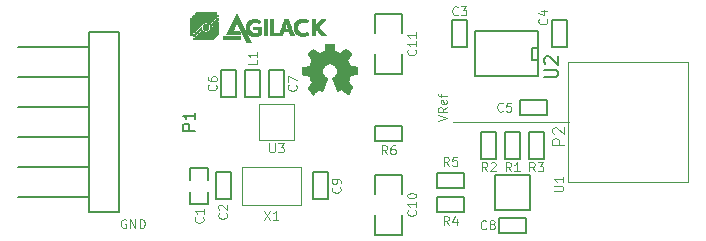
<source format=gto>
G04 #@! TF.FileFunction,Legend,Top*
%FSLAX46Y46*%
G04 Gerber Fmt 4.6, Leading zero omitted, Abs format (unit mm)*
G04 Created by KiCad (PCBNEW 4.0.2+dfsg1-stable) date lun. 14 janv. 2019 10:15:00 CET*
%MOMM*%
G01*
G04 APERTURE LIST*
%ADD10C,0.100000*%
%ADD11C,0.101600*%
%ADD12C,0.127000*%
%ADD13C,0.150000*%
%ADD14C,0.027940*%
%ADD15C,0.076200*%
%ADD16C,0.152400*%
G04 APERTURE END LIST*
D10*
D11*
X126279428Y-113279000D02*
X126206857Y-113242714D01*
X126098000Y-113242714D01*
X125989143Y-113279000D01*
X125916571Y-113351571D01*
X125880286Y-113424143D01*
X125844000Y-113569286D01*
X125844000Y-113678143D01*
X125880286Y-113823286D01*
X125916571Y-113895857D01*
X125989143Y-113968429D01*
X126098000Y-114004714D01*
X126170571Y-114004714D01*
X126279428Y-113968429D01*
X126315714Y-113932143D01*
X126315714Y-113678143D01*
X126170571Y-113678143D01*
X126642286Y-114004714D02*
X126642286Y-113242714D01*
X127077714Y-114004714D01*
X127077714Y-113242714D01*
X127440572Y-114004714D02*
X127440572Y-113242714D01*
X127622000Y-113242714D01*
X127730857Y-113279000D01*
X127803429Y-113351571D01*
X127839714Y-113424143D01*
X127876000Y-113569286D01*
X127876000Y-113678143D01*
X127839714Y-113823286D01*
X127803429Y-113895857D01*
X127730857Y-113968429D01*
X127622000Y-114004714D01*
X127440572Y-114004714D01*
X152682714Y-104969286D02*
X153444714Y-104715286D01*
X152682714Y-104461286D01*
X153444714Y-103771857D02*
X153081857Y-104025857D01*
X153444714Y-104207285D02*
X152682714Y-104207285D01*
X152682714Y-103917000D01*
X152719000Y-103844428D01*
X152755286Y-103808143D01*
X152827857Y-103771857D01*
X152936714Y-103771857D01*
X153009286Y-103808143D01*
X153045571Y-103844428D01*
X153081857Y-103917000D01*
X153081857Y-104207285D01*
X153408429Y-103155000D02*
X153444714Y-103227571D01*
X153444714Y-103372714D01*
X153408429Y-103445285D01*
X153335857Y-103481571D01*
X153045571Y-103481571D01*
X152973000Y-103445285D01*
X152936714Y-103372714D01*
X152936714Y-103227571D01*
X152973000Y-103155000D01*
X153045571Y-103118714D01*
X153118143Y-103118714D01*
X153190714Y-103481571D01*
X152936714Y-102901000D02*
X152936714Y-102610714D01*
X153444714Y-102792142D02*
X152791571Y-102792142D01*
X152719000Y-102755857D01*
X152682714Y-102683285D01*
X152682714Y-102610714D01*
X154000000Y-105000000D02*
X163750000Y-105000000D01*
X173900000Y-99920000D02*
X163740000Y-99920000D01*
X163740000Y-99920000D02*
X163740000Y-110080000D01*
X163740000Y-110080000D02*
X173900000Y-110080000D01*
X173900000Y-110080000D02*
X173900000Y-99920000D01*
D12*
X160500000Y-109500000D02*
X160500000Y-112500000D01*
X160500000Y-112500000D02*
X157500000Y-112500000D01*
X157500000Y-112500000D02*
X157500000Y-109500000D01*
X157500000Y-109500000D02*
X160500000Y-109500000D01*
D13*
X117110200Y-98650000D02*
X123110200Y-98650000D01*
X117110200Y-101190000D02*
X123110200Y-101190000D01*
X117110200Y-103730000D02*
X123110200Y-103730000D01*
X117110200Y-106270000D02*
X123110200Y-106270000D01*
X117110200Y-108810000D02*
X123110200Y-108810000D01*
X117110200Y-111350000D02*
X123110200Y-111350000D01*
X125650200Y-112620000D02*
X125650200Y-97380000D01*
X125650200Y-97380000D02*
X123110200Y-97380000D01*
X123110200Y-97380000D02*
X123110200Y-112620000D01*
X125650200Y-112620000D02*
X123110200Y-112620000D01*
D12*
X158365000Y-108143000D02*
X158365000Y-105857000D01*
X158365000Y-105857000D02*
X159635000Y-105857000D01*
X159635000Y-105857000D02*
X159635000Y-108143000D01*
X159635000Y-108143000D02*
X158365000Y-108143000D01*
X157635000Y-105857000D02*
X157635000Y-108143000D01*
X157635000Y-108143000D02*
X156365000Y-108143000D01*
X156365000Y-108143000D02*
X156365000Y-105857000D01*
X156365000Y-105857000D02*
X157635000Y-105857000D01*
X161635000Y-105857000D02*
X161635000Y-108143000D01*
X161635000Y-108143000D02*
X160365000Y-108143000D01*
X160365000Y-108143000D02*
X160365000Y-105857000D01*
X160365000Y-105857000D02*
X161635000Y-105857000D01*
X152607000Y-111365000D02*
X154893000Y-111365000D01*
X154893000Y-111365000D02*
X154893000Y-112635000D01*
X154893000Y-112635000D02*
X152607000Y-112635000D01*
X152607000Y-112635000D02*
X152607000Y-111365000D01*
X154893000Y-110635000D02*
X152607000Y-110635000D01*
X152607000Y-110635000D02*
X152607000Y-109365000D01*
X152607000Y-109365000D02*
X154893000Y-109365000D01*
X154893000Y-109365000D02*
X154893000Y-110635000D01*
X161167000Y-97472000D02*
X161167000Y-97345000D01*
X161167000Y-97345000D02*
X155833000Y-97345000D01*
X155833000Y-101155000D02*
X161167000Y-101155000D01*
X161167000Y-101155000D02*
X161167000Y-97472000D01*
X161167000Y-99758000D02*
X160659000Y-99758000D01*
X160659000Y-99758000D02*
X160659000Y-98742000D01*
X160659000Y-98742000D02*
X161167000Y-98742000D01*
X155833000Y-101155000D02*
X155833000Y-97345000D01*
X155135000Y-96357000D02*
X155135000Y-98643000D01*
X155135000Y-98643000D02*
X153865000Y-98643000D01*
X153865000Y-98643000D02*
X153865000Y-96357000D01*
X153865000Y-96357000D02*
X155135000Y-96357000D01*
X162365000Y-98643000D02*
X162365000Y-96357000D01*
X162365000Y-96357000D02*
X163635000Y-96357000D01*
X163635000Y-96357000D02*
X163635000Y-98643000D01*
X163635000Y-98643000D02*
X162365000Y-98643000D01*
X159627000Y-103155000D02*
X161913000Y-103155000D01*
X161913000Y-103155000D02*
X161913000Y-104425000D01*
X161913000Y-104425000D02*
X159627000Y-104425000D01*
X159627000Y-104425000D02*
X159627000Y-103155000D01*
X134365000Y-102893000D02*
X134365000Y-100607000D01*
X134365000Y-100607000D02*
X135635000Y-100607000D01*
X135635000Y-100607000D02*
X135635000Y-102893000D01*
X135635000Y-102893000D02*
X134365000Y-102893000D01*
X137635000Y-100607000D02*
X137635000Y-102893000D01*
X137635000Y-102893000D02*
X136365000Y-102893000D01*
X136365000Y-102893000D02*
X136365000Y-100607000D01*
X136365000Y-100607000D02*
X137635000Y-100607000D01*
D11*
X137500000Y-106500000D02*
X137500000Y-103500000D01*
X137500000Y-103500000D02*
X140500000Y-103500000D01*
X140500000Y-103500000D02*
X140500000Y-106500000D01*
X140500000Y-106500000D02*
X137500000Y-106500000D01*
D12*
X133262000Y-110908000D02*
X133262000Y-111924000D01*
X133262000Y-111924000D02*
X131738000Y-111924000D01*
X131738000Y-111924000D02*
X131738000Y-110908000D01*
X131738000Y-109892000D02*
X131738000Y-108876000D01*
X131738000Y-108876000D02*
X133262000Y-108876000D01*
X133262000Y-108876000D02*
X133262000Y-109892000D01*
X133865000Y-111543000D02*
X133865000Y-109257000D01*
X133865000Y-109257000D02*
X135135000Y-109257000D01*
X135135000Y-109257000D02*
X135135000Y-111543000D01*
X135135000Y-111543000D02*
X133865000Y-111543000D01*
X138365000Y-102893000D02*
X138365000Y-100607000D01*
X138365000Y-100607000D02*
X139635000Y-100607000D01*
X139635000Y-100607000D02*
X139635000Y-102893000D01*
X139635000Y-102893000D02*
X138365000Y-102893000D01*
X157857000Y-113115000D02*
X160143000Y-113115000D01*
X160143000Y-113115000D02*
X160143000Y-114385000D01*
X160143000Y-114385000D02*
X157857000Y-114385000D01*
X157857000Y-114385000D02*
X157857000Y-113115000D01*
X149643000Y-106635000D02*
X147357000Y-106635000D01*
X147357000Y-106635000D02*
X147357000Y-105365000D01*
X147357000Y-105365000D02*
X149643000Y-105365000D01*
X149643000Y-105365000D02*
X149643000Y-106635000D01*
D14*
X132236440Y-95734920D02*
X133887440Y-95734920D01*
X132211040Y-95760320D02*
X133887440Y-95760320D01*
X132185640Y-95785720D02*
X133887440Y-95785720D01*
X132160240Y-95811120D02*
X133887440Y-95811120D01*
X132134840Y-95836520D02*
X133887440Y-95836520D01*
X132109440Y-95861920D02*
X133887440Y-95861920D01*
X132084040Y-95887320D02*
X133887440Y-95887320D01*
X135614640Y-95887320D02*
X135640040Y-95887320D01*
X132058640Y-95912720D02*
X132363440Y-95912720D01*
X135589240Y-95912720D02*
X135665440Y-95912720D01*
X132033240Y-95938120D02*
X132338040Y-95938120D01*
X135589240Y-95938120D02*
X135665440Y-95938120D01*
X132007840Y-95963520D02*
X132312640Y-95963520D01*
X135563840Y-95963520D02*
X135690840Y-95963520D01*
X131982440Y-95988920D02*
X132287240Y-95988920D01*
X132363440Y-95988920D02*
X134039840Y-95988920D01*
X135563840Y-95988920D02*
X135690840Y-95988920D01*
X131957040Y-96014320D02*
X132261840Y-96014320D01*
X132338040Y-96014320D02*
X134039840Y-96014320D01*
X135538440Y-96014320D02*
X135716240Y-96014320D01*
X131931640Y-96039720D02*
X132236440Y-96039720D01*
X132312640Y-96039720D02*
X133989040Y-96039720D01*
X135538440Y-96039720D02*
X135716240Y-96039720D01*
X131906240Y-96065120D02*
X132211040Y-96065120D01*
X132287240Y-96065120D02*
X133963640Y-96065120D01*
X135513040Y-96065120D02*
X135741640Y-96065120D01*
X131880840Y-96090520D02*
X132185640Y-96090520D01*
X132261840Y-96090520D02*
X133938240Y-96090520D01*
X135513040Y-96090520D02*
X135741640Y-96090520D01*
X131855440Y-96115920D02*
X132160240Y-96115920D01*
X132236440Y-96115920D02*
X133912840Y-96115920D01*
X135487640Y-96115920D02*
X135767040Y-96115920D01*
X131830040Y-96141320D02*
X132134840Y-96141320D01*
X132211040Y-96141320D02*
X133887440Y-96141320D01*
X135487640Y-96141320D02*
X135767040Y-96141320D01*
X131804640Y-96166720D02*
X132109440Y-96166720D01*
X132185640Y-96166720D02*
X133862040Y-96166720D01*
X135462240Y-96166720D02*
X135792440Y-96166720D01*
X131779240Y-96192120D02*
X132084040Y-96192120D01*
X132160240Y-96192120D02*
X133836640Y-96192120D01*
X135462240Y-96192120D02*
X135792440Y-96192120D01*
X131753840Y-96217520D02*
X132058640Y-96217520D01*
X132134840Y-96217520D02*
X133811240Y-96217520D01*
X133963640Y-96217520D02*
X134039840Y-96217520D01*
X135436840Y-96217520D02*
X135817840Y-96217520D01*
X131728440Y-96242920D02*
X132033240Y-96242920D01*
X132109440Y-96242920D02*
X133785840Y-96242920D01*
X133963640Y-96242920D02*
X134039840Y-96242920D01*
X135436840Y-96242920D02*
X135817840Y-96242920D01*
X131728440Y-96268320D02*
X132010000Y-96268320D01*
X132084040Y-96268320D02*
X133760440Y-96268320D01*
X133912840Y-96268320D02*
X134039840Y-96268320D01*
X135411440Y-96268320D02*
X135843240Y-96268320D01*
X131728440Y-96293720D02*
X131980000Y-96293720D01*
X132058640Y-96293720D02*
X133735040Y-96293720D01*
X133887440Y-96293720D02*
X134039840Y-96293720D01*
X135411440Y-96293720D02*
X135843240Y-96293720D01*
X138002240Y-96293720D02*
X138256240Y-96293720D01*
X138434040Y-96293720D02*
X138688040Y-96293720D01*
X139704040Y-96293720D02*
X139983440Y-96293720D01*
X140999440Y-96293720D02*
X141456640Y-96293720D01*
X142015440Y-96293720D02*
X142269440Y-96293720D01*
X142802840Y-96293720D02*
X143158440Y-96293720D01*
X131728440Y-96319120D02*
X131957040Y-96319120D01*
X132033240Y-96319120D02*
X133709640Y-96319120D01*
X133862040Y-96319120D02*
X134039840Y-96319120D01*
X135386040Y-96319120D02*
X135868640Y-96319120D01*
X136935440Y-96319120D02*
X137367240Y-96319120D01*
X138002240Y-96319120D02*
X138256240Y-96319120D01*
X138434040Y-96319120D02*
X138688040Y-96319120D01*
X139678640Y-96319120D02*
X139983440Y-96319120D01*
X140923240Y-96319120D02*
X141558240Y-96319120D01*
X142015440Y-96319120D02*
X142269440Y-96319120D01*
X142777440Y-96319120D02*
X143133040Y-96319120D01*
X131728440Y-96344520D02*
X131940000Y-96344520D01*
X132007840Y-96344520D02*
X133684240Y-96344520D01*
X133836640Y-96344520D02*
X134039840Y-96344520D01*
X135386040Y-96344520D02*
X135868640Y-96344520D01*
X136833840Y-96344520D02*
X137443440Y-96344520D01*
X138002240Y-96344520D02*
X138256240Y-96344520D01*
X138434040Y-96344520D02*
X138688040Y-96344520D01*
X139678640Y-96344520D02*
X140008840Y-96344520D01*
X140872440Y-96344520D02*
X141609040Y-96344520D01*
X142015440Y-96344520D02*
X142269440Y-96344520D01*
X142752040Y-96344520D02*
X143107640Y-96344520D01*
X131728440Y-96369920D02*
X131920000Y-96369920D01*
X131982440Y-96369920D02*
X133658840Y-96369920D01*
X133811240Y-96369920D02*
X134039840Y-96369920D01*
X135360640Y-96369920D02*
X135894040Y-96369920D01*
X136783040Y-96369920D02*
X137519640Y-96369920D01*
X138002240Y-96369920D02*
X138256240Y-96369920D01*
X138434040Y-96369920D02*
X138688040Y-96369920D01*
X139678640Y-96369920D02*
X140008840Y-96369920D01*
X140821640Y-96369920D02*
X141659840Y-96369920D01*
X142015440Y-96369920D02*
X142269440Y-96369920D01*
X142726640Y-96369920D02*
X143082240Y-96369920D01*
X131728440Y-96395320D02*
X131906240Y-96395320D01*
X131982440Y-96395320D02*
X133633440Y-96395320D01*
X133785840Y-96395320D02*
X133989040Y-96395320D01*
X135360640Y-96395320D02*
X135894040Y-96395320D01*
X136732240Y-96395320D02*
X137570440Y-96395320D01*
X138002240Y-96395320D02*
X138256240Y-96395320D01*
X138434040Y-96395320D02*
X138688040Y-96395320D01*
X139653240Y-96395320D02*
X140008840Y-96395320D01*
X140770840Y-96395320D02*
X141659840Y-96395320D01*
X142015440Y-96395320D02*
X142269440Y-96395320D01*
X142701240Y-96395320D02*
X143056840Y-96395320D01*
X131728440Y-96420720D02*
X131906240Y-96420720D01*
X131982440Y-96420720D02*
X133608040Y-96420720D01*
X133760440Y-96420720D02*
X133963640Y-96420720D01*
X135335240Y-96420720D02*
X135919440Y-96420720D01*
X136706840Y-96420720D02*
X137621240Y-96420720D01*
X138002240Y-96420720D02*
X138256240Y-96420720D01*
X138434040Y-96420720D02*
X138688040Y-96420720D01*
X139653240Y-96420720D02*
X140034240Y-96420720D01*
X140745440Y-96420720D02*
X141659840Y-96420720D01*
X142015440Y-96420720D02*
X142269440Y-96420720D01*
X142675840Y-96420720D02*
X143031440Y-96420720D01*
X131728440Y-96446120D02*
X131906240Y-96446120D01*
X131982440Y-96446120D02*
X133582640Y-96446120D01*
X133735040Y-96446120D02*
X133938240Y-96446120D01*
X135335240Y-96446120D02*
X135919440Y-96446120D01*
X136656040Y-96446120D02*
X137646640Y-96446120D01*
X138002240Y-96446120D02*
X138256240Y-96446120D01*
X138434040Y-96446120D02*
X138688040Y-96446120D01*
X139653240Y-96446120D02*
X140034240Y-96446120D01*
X140694640Y-96446120D02*
X141634440Y-96446120D01*
X142015440Y-96446120D02*
X142269440Y-96446120D01*
X142650440Y-96446120D02*
X143006040Y-96446120D01*
X131728440Y-96471520D02*
X131906240Y-96471520D01*
X131982440Y-96471520D02*
X133557240Y-96471520D01*
X133709640Y-96471520D02*
X133912840Y-96471520D01*
X135309840Y-96471520D02*
X135944840Y-96471520D01*
X136630640Y-96471520D02*
X137646640Y-96471520D01*
X138002240Y-96471520D02*
X138256240Y-96471520D01*
X138434040Y-96471520D02*
X138688040Y-96471520D01*
X139627840Y-96471520D02*
X140059640Y-96471520D01*
X140669240Y-96471520D02*
X141634440Y-96471520D01*
X142015440Y-96471520D02*
X142269440Y-96471520D01*
X142650440Y-96471520D02*
X142980640Y-96471520D01*
X131728440Y-96496920D02*
X131906240Y-96496920D01*
X131982440Y-96496920D02*
X133531840Y-96496920D01*
X133684240Y-96496920D02*
X133887440Y-96496920D01*
X135309840Y-96496920D02*
X135944840Y-96496920D01*
X136605240Y-96496920D02*
X137646640Y-96496920D01*
X138002240Y-96496920D02*
X138256240Y-96496920D01*
X138434040Y-96496920D02*
X138688040Y-96496920D01*
X139627840Y-96496920D02*
X140059640Y-96496920D01*
X140643840Y-96496920D02*
X141609040Y-96496920D01*
X142015440Y-96496920D02*
X142269440Y-96496920D01*
X142625040Y-96496920D02*
X142955240Y-96496920D01*
X131728440Y-96522320D02*
X131906240Y-96522320D01*
X131982440Y-96522320D02*
X133506440Y-96522320D01*
X133658840Y-96522320D02*
X133862040Y-96522320D01*
X133989040Y-96522320D02*
X134039840Y-96522320D01*
X135284440Y-96522320D02*
X135970240Y-96522320D01*
X136579840Y-96522320D02*
X137621240Y-96522320D01*
X138002240Y-96522320D02*
X138256240Y-96522320D01*
X138434040Y-96522320D02*
X138688040Y-96522320D01*
X139627840Y-96522320D02*
X140059640Y-96522320D01*
X140643840Y-96522320D02*
X141609040Y-96522320D01*
X142015440Y-96522320D02*
X142269440Y-96522320D01*
X142599640Y-96522320D02*
X142929840Y-96522320D01*
X131728440Y-96547720D02*
X131906240Y-96547720D01*
X131982440Y-96547720D02*
X133481040Y-96547720D01*
X133633440Y-96547720D02*
X133836640Y-96547720D01*
X133963640Y-96547720D02*
X134039840Y-96547720D01*
X135284440Y-96547720D02*
X135970240Y-96547720D01*
X136554440Y-96547720D02*
X137595840Y-96547720D01*
X138002240Y-96547720D02*
X138256240Y-96547720D01*
X138434040Y-96547720D02*
X138688040Y-96547720D01*
X139602440Y-96547720D02*
X140085040Y-96547720D01*
X140618440Y-96547720D02*
X141075640Y-96547720D01*
X141431240Y-96547720D02*
X141609040Y-96547720D01*
X142015440Y-96547720D02*
X142269440Y-96547720D01*
X142574240Y-96547720D02*
X142904440Y-96547720D01*
X131728440Y-96573120D02*
X131906240Y-96573120D01*
X131982440Y-96573120D02*
X133455640Y-96573120D01*
X133608040Y-96573120D02*
X133811240Y-96573120D01*
X133938240Y-96573120D02*
X134039840Y-96573120D01*
X135259040Y-96573120D02*
X135614640Y-96573120D01*
X135640040Y-96573120D02*
X135995640Y-96573120D01*
X136554440Y-96573120D02*
X137011640Y-96573120D01*
X137316440Y-96573120D02*
X137595840Y-96573120D01*
X138002240Y-96573120D02*
X138256240Y-96573120D01*
X138434040Y-96573120D02*
X138688040Y-96573120D01*
X139602440Y-96573120D02*
X140085040Y-96573120D01*
X140593040Y-96573120D02*
X141024840Y-96573120D01*
X141507440Y-96573120D02*
X141583640Y-96573120D01*
X142015440Y-96573120D02*
X142269440Y-96573120D01*
X142548840Y-96573120D02*
X142879040Y-96573120D01*
X131728440Y-96598520D02*
X131906240Y-96598520D01*
X131982440Y-96598520D02*
X132896840Y-96598520D01*
X133100040Y-96598520D02*
X133430240Y-96598520D01*
X133582640Y-96598520D02*
X133785840Y-96598520D01*
X133912840Y-96598520D02*
X134039840Y-96598520D01*
X135259040Y-96598520D02*
X135614640Y-96598520D01*
X135640040Y-96598520D02*
X135995640Y-96598520D01*
X136529040Y-96598520D02*
X136935440Y-96598520D01*
X137418040Y-96598520D02*
X137570440Y-96598520D01*
X138002240Y-96598520D02*
X138256240Y-96598520D01*
X138434040Y-96598520D02*
X138688040Y-96598520D01*
X139577040Y-96598520D02*
X140085040Y-96598520D01*
X140567640Y-96598520D02*
X140974040Y-96598520D01*
X142015440Y-96598520D02*
X142269440Y-96598520D01*
X142523440Y-96598520D02*
X142879040Y-96598520D01*
X131728440Y-96623920D02*
X131906240Y-96623920D01*
X131982440Y-96623920D02*
X132820640Y-96623920D01*
X133176240Y-96623920D02*
X133404840Y-96623920D01*
X133557240Y-96623920D02*
X133760440Y-96623920D01*
X133887440Y-96623920D02*
X134039840Y-96623920D01*
X135233640Y-96623920D02*
X135589240Y-96623920D01*
X135665440Y-96623920D02*
X136021040Y-96623920D01*
X136503640Y-96623920D02*
X136910040Y-96623920D01*
X137468840Y-96623920D02*
X137570440Y-96623920D01*
X138002240Y-96623920D02*
X138256240Y-96623920D01*
X138434040Y-96623920D02*
X138688040Y-96623920D01*
X139577040Y-96623920D02*
X140110440Y-96623920D01*
X140567640Y-96623920D02*
X140923240Y-96623920D01*
X142015440Y-96623920D02*
X142269440Y-96623920D01*
X142498040Y-96623920D02*
X142853640Y-96623920D01*
X131728440Y-96649320D02*
X131906240Y-96649320D01*
X131982440Y-96649320D02*
X132795240Y-96649320D01*
X133227040Y-96649320D02*
X133379440Y-96649320D01*
X133531840Y-96649320D02*
X133735040Y-96649320D01*
X133862040Y-96649320D02*
X134039840Y-96649320D01*
X135233640Y-96649320D02*
X135589240Y-96649320D01*
X135665440Y-96649320D02*
X136021040Y-96649320D01*
X136503640Y-96649320D02*
X136859240Y-96649320D01*
X137519640Y-96649320D02*
X137545040Y-96649320D01*
X138002240Y-96649320D02*
X138256240Y-96649320D01*
X138434040Y-96649320D02*
X138688040Y-96649320D01*
X139577040Y-96649320D02*
X139831040Y-96649320D01*
X139856440Y-96649320D02*
X140110440Y-96649320D01*
X140542240Y-96649320D02*
X140897840Y-96649320D01*
X142015440Y-96649320D02*
X142269440Y-96649320D01*
X142472640Y-96649320D02*
X142828240Y-96649320D01*
X131728440Y-96674720D02*
X131906240Y-96674720D01*
X131982440Y-96674720D02*
X132744440Y-96674720D01*
X133252440Y-96674720D02*
X133354040Y-96674720D01*
X133506440Y-96674720D02*
X133709640Y-96674720D01*
X133836640Y-96674720D02*
X134039840Y-96674720D01*
X135208240Y-96674720D02*
X135563840Y-96674720D01*
X135690840Y-96674720D02*
X136046440Y-96674720D01*
X136478240Y-96674720D02*
X136833840Y-96674720D01*
X138002240Y-96674720D02*
X138256240Y-96674720D01*
X138434040Y-96674720D02*
X138688040Y-96674720D01*
X139551640Y-96674720D02*
X139805640Y-96674720D01*
X139856440Y-96674720D02*
X140135840Y-96674720D01*
X140542240Y-96674720D02*
X140872440Y-96674720D01*
X142015440Y-96674720D02*
X142269440Y-96674720D01*
X142472640Y-96674720D02*
X142802840Y-96674720D01*
X131728440Y-96700120D02*
X131906240Y-96700120D01*
X131982440Y-96700120D02*
X132719040Y-96700120D01*
X133277840Y-96700120D02*
X133328640Y-96700120D01*
X133481040Y-96700120D02*
X133684240Y-96700120D01*
X133811240Y-96700120D02*
X134039840Y-96700120D01*
X135208240Y-96700120D02*
X135563840Y-96700120D01*
X135690840Y-96700120D02*
X136046440Y-96700120D01*
X136478240Y-96700120D02*
X136808440Y-96700120D01*
X138002240Y-96700120D02*
X138256240Y-96700120D01*
X138434040Y-96700120D02*
X138688040Y-96700120D01*
X139551640Y-96700120D02*
X139805640Y-96700120D01*
X139856440Y-96700120D02*
X140135840Y-96700120D01*
X140516840Y-96700120D02*
X140847040Y-96700120D01*
X142015440Y-96700120D02*
X142269440Y-96700120D01*
X142447240Y-96700120D02*
X142777440Y-96700120D01*
X131728440Y-96725520D02*
X131906240Y-96725520D01*
X131982440Y-96725520D02*
X132693640Y-96725520D01*
X132922240Y-96725520D02*
X133100040Y-96725520D01*
X133303240Y-96725520D02*
X133328640Y-96725520D01*
X133455640Y-96725520D02*
X133658840Y-96725520D01*
X133785840Y-96725520D02*
X134039840Y-96725520D01*
X135182840Y-96725520D02*
X135563840Y-96725520D01*
X135716240Y-96725520D02*
X136071840Y-96725520D01*
X136452840Y-96725520D02*
X136783040Y-96725520D01*
X138002240Y-96725520D02*
X138256240Y-96725520D01*
X138434040Y-96725520D02*
X138688040Y-96725520D01*
X139551640Y-96725520D02*
X139805640Y-96725520D01*
X139881840Y-96725520D02*
X140135840Y-96725520D01*
X140516840Y-96725520D02*
X140847040Y-96725520D01*
X142015440Y-96725520D02*
X142269440Y-96725520D01*
X142421840Y-96725520D02*
X142752040Y-96725520D01*
X131728440Y-96750920D02*
X131906240Y-96750920D01*
X131982440Y-96750920D02*
X132668240Y-96750920D01*
X132871440Y-96750920D02*
X133150840Y-96750920D01*
X133430240Y-96750920D02*
X133633440Y-96750920D01*
X133760440Y-96750920D02*
X134039840Y-96750920D01*
X135182840Y-96750920D02*
X135538440Y-96750920D01*
X135716240Y-96750920D02*
X136071840Y-96750920D01*
X136452840Y-96750920D02*
X136757640Y-96750920D01*
X138002240Y-96750920D02*
X138256240Y-96750920D01*
X138434040Y-96750920D02*
X138688040Y-96750920D01*
X139526240Y-96750920D02*
X139780240Y-96750920D01*
X139881840Y-96750920D02*
X140161240Y-96750920D01*
X140516840Y-96750920D02*
X140821640Y-96750920D01*
X142015440Y-96750920D02*
X142269440Y-96750920D01*
X142396440Y-96750920D02*
X142726640Y-96750920D01*
X131728440Y-96776320D02*
X131906240Y-96776320D01*
X131982440Y-96776320D02*
X132642840Y-96776320D01*
X132846040Y-96776320D02*
X133176240Y-96776320D01*
X133404840Y-96776320D02*
X133608040Y-96776320D01*
X133735040Y-96776320D02*
X134039840Y-96776320D01*
X135157440Y-96776320D02*
X135538440Y-96776320D01*
X135741640Y-96776320D02*
X136097240Y-96776320D01*
X136452840Y-96776320D02*
X136757640Y-96776320D01*
X138002240Y-96776320D02*
X138256240Y-96776320D01*
X138434040Y-96776320D02*
X138688040Y-96776320D01*
X139526240Y-96776320D02*
X139780240Y-96776320D01*
X139881840Y-96776320D02*
X140161240Y-96776320D01*
X140516840Y-96776320D02*
X140821640Y-96776320D01*
X142015440Y-96776320D02*
X142269440Y-96776320D01*
X142371040Y-96776320D02*
X142701240Y-96776320D01*
X131728440Y-96801720D02*
X131906240Y-96801720D01*
X131982440Y-96801720D02*
X132617440Y-96801720D01*
X132820640Y-96801720D02*
X133201640Y-96801720D01*
X133404840Y-96801720D02*
X133582640Y-96801720D01*
X133709640Y-96801720D02*
X134039840Y-96801720D01*
X135157440Y-96801720D02*
X135513040Y-96801720D01*
X135741640Y-96801720D02*
X136122640Y-96801720D01*
X136452840Y-96801720D02*
X136732240Y-96801720D01*
X138002240Y-96801720D02*
X138256240Y-96801720D01*
X138434040Y-96801720D02*
X138688040Y-96801720D01*
X139500840Y-96801720D02*
X139780240Y-96801720D01*
X139907240Y-96801720D02*
X140161240Y-96801720D01*
X140491440Y-96801720D02*
X140796240Y-96801720D01*
X142015440Y-96801720D02*
X142269440Y-96801720D01*
X142345640Y-96801720D02*
X142675840Y-96801720D01*
X131728440Y-96827120D02*
X131906240Y-96827120D01*
X131982440Y-96827120D02*
X132592040Y-96827120D01*
X132795240Y-96827120D02*
X133227040Y-96827120D01*
X133404840Y-96827120D02*
X133557240Y-96827120D01*
X133684240Y-96827120D02*
X134039840Y-96827120D01*
X135132040Y-96827120D02*
X135513040Y-96827120D01*
X135767040Y-96827120D02*
X136122640Y-96827120D01*
X136427440Y-96827120D02*
X136732240Y-96827120D01*
X138002240Y-96827120D02*
X138256240Y-96827120D01*
X138434040Y-96827120D02*
X138688040Y-96827120D01*
X139500840Y-96827120D02*
X139754840Y-96827120D01*
X139907240Y-96827120D02*
X140186640Y-96827120D01*
X140491440Y-96827120D02*
X140796240Y-96827120D01*
X142015440Y-96827120D02*
X142269440Y-96827120D01*
X142320240Y-96827120D02*
X142650440Y-96827120D01*
X131728440Y-96852520D02*
X131906240Y-96852520D01*
X131982440Y-96852520D02*
X132566640Y-96852520D01*
X132795240Y-96852520D02*
X133227040Y-96852520D01*
X133404840Y-96852520D02*
X133506440Y-96852520D01*
X133658840Y-96852520D02*
X134039840Y-96852520D01*
X135132040Y-96852520D02*
X135487640Y-96852520D01*
X135767040Y-96852520D02*
X136148040Y-96852520D01*
X136427440Y-96852520D02*
X136732240Y-96852520D01*
X138002240Y-96852520D02*
X138256240Y-96852520D01*
X138434040Y-96852520D02*
X138688040Y-96852520D01*
X139500840Y-96852520D02*
X139754840Y-96852520D01*
X139907240Y-96852520D02*
X140186640Y-96852520D01*
X140491440Y-96852520D02*
X140770840Y-96852520D01*
X142015440Y-96852520D02*
X142269440Y-96852520D01*
X142294840Y-96852520D02*
X142625040Y-96852520D01*
X131728440Y-96877920D02*
X131906240Y-96877920D01*
X131982440Y-96877920D02*
X132541240Y-96877920D01*
X132769840Y-96877920D02*
X133227040Y-96877920D01*
X133404840Y-96877920D02*
X133481040Y-96877920D01*
X133633440Y-96877920D02*
X134039840Y-96877920D01*
X135106640Y-96877920D02*
X135487640Y-96877920D01*
X135792440Y-96877920D02*
X136148040Y-96877920D01*
X136427440Y-96877920D02*
X136706840Y-96877920D01*
X138002240Y-96877920D02*
X138256240Y-96877920D01*
X138434040Y-96877920D02*
X138688040Y-96877920D01*
X139475440Y-96877920D02*
X139754840Y-96877920D01*
X139932640Y-96877920D02*
X140186640Y-96877920D01*
X140491440Y-96877920D02*
X140770840Y-96877920D01*
X142015440Y-96877920D02*
X142269440Y-96877920D01*
X142294840Y-96877920D02*
X142599640Y-96877920D01*
X131728440Y-96903320D02*
X131906240Y-96903320D01*
X131982440Y-96903320D02*
X132515840Y-96903320D01*
X132769840Y-96903320D02*
X133252440Y-96903320D01*
X133404840Y-96903320D02*
X133455640Y-96903320D01*
X133608040Y-96903320D02*
X134039840Y-96903320D01*
X135106640Y-96903320D02*
X135462240Y-96903320D01*
X135792440Y-96903320D02*
X136173440Y-96903320D01*
X136427440Y-96903320D02*
X136706840Y-96903320D01*
X138002240Y-96903320D02*
X138256240Y-96903320D01*
X138434040Y-96903320D02*
X138688040Y-96903320D01*
X139475440Y-96903320D02*
X139729440Y-96903320D01*
X139932640Y-96903320D02*
X140212040Y-96903320D01*
X140491440Y-96903320D02*
X140770840Y-96903320D01*
X142015440Y-96903320D02*
X142574240Y-96903320D01*
X131728440Y-96928720D02*
X131906240Y-96928720D01*
X131982440Y-96928720D02*
X132490440Y-96928720D01*
X132769840Y-96928720D02*
X133252440Y-96928720D01*
X133404840Y-96928720D02*
X133430240Y-96928720D01*
X133582640Y-96928720D02*
X134039840Y-96928720D01*
X135081240Y-96928720D02*
X135462240Y-96928720D01*
X135817840Y-96928720D02*
X136173440Y-96928720D01*
X136427440Y-96928720D02*
X136706840Y-96928720D01*
X137062440Y-96928720D02*
X137697440Y-96928720D01*
X138002240Y-96928720D02*
X138256240Y-96928720D01*
X138434040Y-96928720D02*
X138688040Y-96928720D01*
X139475440Y-96928720D02*
X139729440Y-96928720D01*
X139932640Y-96928720D02*
X140212040Y-96928720D01*
X140491440Y-96928720D02*
X140770840Y-96928720D01*
X142015440Y-96928720D02*
X142548840Y-96928720D01*
X131728440Y-96954120D02*
X131906240Y-96954120D01*
X131982440Y-96954120D02*
X132465040Y-96954120D01*
X132769840Y-96954120D02*
X133252440Y-96954120D01*
X133557240Y-96954120D02*
X134039840Y-96954120D01*
X135081240Y-96954120D02*
X135436840Y-96954120D01*
X135817840Y-96954120D02*
X136198840Y-96954120D01*
X136427440Y-96954120D02*
X136706840Y-96954120D01*
X137062440Y-96954120D02*
X137697440Y-96954120D01*
X138002240Y-96954120D02*
X138256240Y-96954120D01*
X138434040Y-96954120D02*
X138688040Y-96954120D01*
X139450040Y-96954120D02*
X139729440Y-96954120D01*
X139958040Y-96954120D02*
X140237440Y-96954120D01*
X140491440Y-96954120D02*
X140770840Y-96954120D01*
X142015440Y-96954120D02*
X142548840Y-96954120D01*
X131728440Y-96979520D02*
X131906240Y-96979520D01*
X131982440Y-96979520D02*
X132439640Y-96979520D01*
X132769840Y-96979520D02*
X133252440Y-96979520D01*
X133531840Y-96979520D02*
X134039840Y-96979520D01*
X135055840Y-96979520D02*
X135436840Y-96979520D01*
X135843240Y-96979520D02*
X136198840Y-96979520D01*
X136427440Y-96979520D02*
X136706840Y-96979520D01*
X137062440Y-96979520D02*
X137697440Y-96979520D01*
X138002240Y-96979520D02*
X138256240Y-96979520D01*
X138434040Y-96979520D02*
X138688040Y-96979520D01*
X139450040Y-96979520D02*
X139704040Y-96979520D01*
X139958040Y-96979520D02*
X140237440Y-96979520D01*
X140491440Y-96979520D02*
X140770840Y-96979520D01*
X142015440Y-96979520D02*
X142574240Y-96979520D01*
X131728440Y-97004920D02*
X131906240Y-97004920D01*
X131982440Y-97004920D02*
X132414240Y-97004920D01*
X132592040Y-97004920D02*
X132617440Y-97004920D01*
X132769840Y-97004920D02*
X133252440Y-97004920D01*
X133506440Y-97004920D02*
X134039840Y-97004920D01*
X135055840Y-97004920D02*
X135411440Y-97004920D01*
X135843240Y-97004920D02*
X136224240Y-97004920D01*
X136427440Y-97004920D02*
X136706840Y-97004920D01*
X137062440Y-97004920D02*
X137697440Y-97004920D01*
X138002240Y-97004920D02*
X138256240Y-97004920D01*
X138434040Y-97004920D02*
X138688040Y-97004920D01*
X139450040Y-97004920D02*
X139704040Y-97004920D01*
X139958040Y-97004920D02*
X140237440Y-97004920D01*
X140491440Y-97004920D02*
X140770840Y-97004920D01*
X142015440Y-97004920D02*
X142599640Y-97004920D01*
X131728440Y-97030320D02*
X131906240Y-97030320D01*
X131982440Y-97030320D02*
X132388840Y-97030320D01*
X132566640Y-97030320D02*
X132617440Y-97030320D01*
X132769840Y-97030320D02*
X133252440Y-97030320D01*
X133481040Y-97030320D02*
X134039840Y-97030320D01*
X135030440Y-97030320D02*
X135411440Y-97030320D01*
X135868640Y-97030320D02*
X136224240Y-97030320D01*
X136427440Y-97030320D02*
X136706840Y-97030320D01*
X137062440Y-97030320D02*
X137697440Y-97030320D01*
X138002240Y-97030320D02*
X138256240Y-97030320D01*
X138434040Y-97030320D02*
X138688040Y-97030320D01*
X139424640Y-97030320D02*
X139704040Y-97030320D01*
X139983440Y-97030320D02*
X140262840Y-97030320D01*
X140491440Y-97030320D02*
X140770840Y-97030320D01*
X142015440Y-97030320D02*
X142625040Y-97030320D01*
X131728440Y-97055720D02*
X131906240Y-97055720D01*
X131982440Y-97055720D02*
X132363440Y-97055720D01*
X132541240Y-97055720D02*
X132617440Y-97055720D01*
X132769840Y-97055720D02*
X133252440Y-97055720D01*
X133455640Y-97055720D02*
X134039840Y-97055720D01*
X135030440Y-97055720D02*
X135411440Y-97055720D01*
X135868640Y-97055720D02*
X136249640Y-97055720D01*
X136427440Y-97055720D02*
X136706840Y-97055720D01*
X137062440Y-97055720D02*
X137697440Y-97055720D01*
X138002240Y-97055720D02*
X138256240Y-97055720D01*
X138434040Y-97055720D02*
X138688040Y-97055720D01*
X139424640Y-97055720D02*
X139678640Y-97055720D01*
X139983440Y-97055720D02*
X140262840Y-97055720D01*
X140491440Y-97055720D02*
X140770840Y-97055720D01*
X142015440Y-97055720D02*
X142269440Y-97055720D01*
X142294840Y-97055720D02*
X142625040Y-97055720D01*
X131728440Y-97081120D02*
X131906240Y-97081120D01*
X131982440Y-97081120D02*
X132338040Y-97081120D01*
X132515840Y-97081120D02*
X132617440Y-97081120D01*
X132769840Y-97081120D02*
X133227040Y-97081120D01*
X133430240Y-97081120D02*
X134039840Y-97081120D01*
X135005040Y-97081120D02*
X135386040Y-97081120D01*
X135894040Y-97081120D02*
X136249640Y-97081120D01*
X136427440Y-97081120D02*
X136706840Y-97081120D01*
X137062440Y-97081120D02*
X137697440Y-97081120D01*
X138002240Y-97081120D02*
X138256240Y-97081120D01*
X138434040Y-97081120D02*
X138688040Y-97081120D01*
X139399240Y-97081120D02*
X139678640Y-97081120D01*
X139983440Y-97081120D02*
X140262840Y-97081120D01*
X140491440Y-97081120D02*
X140770840Y-97081120D01*
X142015440Y-97081120D02*
X142269440Y-97081120D01*
X142320240Y-97081120D02*
X142650440Y-97081120D01*
X131728440Y-97106520D02*
X131906240Y-97106520D01*
X131982440Y-97106520D02*
X132312640Y-97106520D01*
X132490440Y-97106520D02*
X132617440Y-97106520D01*
X132795240Y-97106520D02*
X133227040Y-97106520D01*
X133404840Y-97106520D02*
X134039840Y-97106520D01*
X135005040Y-97106520D02*
X135386040Y-97106520D01*
X135894040Y-97106520D02*
X136275040Y-97106520D01*
X136427440Y-97106520D02*
X136706840Y-97106520D01*
X137062440Y-97106520D02*
X137697440Y-97106520D01*
X138002240Y-97106520D02*
X138256240Y-97106520D01*
X138434040Y-97106520D02*
X138688040Y-97106520D01*
X139399240Y-97106520D02*
X140288240Y-97106520D01*
X140491440Y-97106520D02*
X140770840Y-97106520D01*
X142015440Y-97106520D02*
X142269440Y-97106520D01*
X142345640Y-97106520D02*
X142675840Y-97106520D01*
X131728440Y-97131920D02*
X131906240Y-97131920D01*
X131982440Y-97131920D02*
X132287240Y-97131920D01*
X132465040Y-97131920D02*
X132617440Y-97131920D01*
X132795240Y-97131920D02*
X133201640Y-97131920D01*
X133379440Y-97131920D02*
X134039840Y-97131920D01*
X134979640Y-97131920D02*
X135360640Y-97131920D01*
X135919440Y-97131920D02*
X136275040Y-97131920D01*
X136427440Y-97131920D02*
X136706840Y-97131920D01*
X137062440Y-97131920D02*
X137697440Y-97131920D01*
X138002240Y-97131920D02*
X138256240Y-97131920D01*
X138434040Y-97131920D02*
X138688040Y-97131920D01*
X139399240Y-97131920D02*
X140288240Y-97131920D01*
X140491440Y-97131920D02*
X140796240Y-97131920D01*
X142015440Y-97131920D02*
X142269440Y-97131920D01*
X142371040Y-97131920D02*
X142701240Y-97131920D01*
X131728440Y-97157320D02*
X131906240Y-97157320D01*
X131982440Y-97157320D02*
X132261840Y-97157320D01*
X132439640Y-97157320D02*
X132617440Y-97157320D01*
X132820640Y-97157320D02*
X133201640Y-97157320D01*
X133354040Y-97157320D02*
X134039840Y-97157320D01*
X134979640Y-97157320D02*
X135360640Y-97157320D01*
X135919440Y-97157320D02*
X136300440Y-97157320D01*
X136427440Y-97157320D02*
X136732240Y-97157320D01*
X137443440Y-97157320D02*
X137697440Y-97157320D01*
X138002240Y-97157320D02*
X138256240Y-97157320D01*
X138434040Y-97157320D02*
X138688040Y-97157320D01*
X139373840Y-97157320D02*
X140288240Y-97157320D01*
X140491440Y-97157320D02*
X140796240Y-97157320D01*
X142015440Y-97157320D02*
X142269440Y-97157320D01*
X142371040Y-97157320D02*
X142726640Y-97157320D01*
X131728440Y-97182720D02*
X131906240Y-97182720D01*
X131982440Y-97182720D02*
X132236440Y-97182720D01*
X132414240Y-97182720D02*
X132592040Y-97182720D01*
X132846040Y-97182720D02*
X133150840Y-97182720D01*
X133328640Y-97182720D02*
X134039840Y-97182720D01*
X134954240Y-97182720D02*
X135335240Y-97182720D01*
X135944840Y-97182720D02*
X136300440Y-97182720D01*
X136427440Y-97182720D02*
X136732240Y-97182720D01*
X137443440Y-97182720D02*
X137697440Y-97182720D01*
X138002240Y-97182720D02*
X138256240Y-97182720D01*
X138434040Y-97182720D02*
X138688040Y-97182720D01*
X139373840Y-97182720D02*
X140313640Y-97182720D01*
X140491440Y-97182720D02*
X140796240Y-97182720D01*
X142015440Y-97182720D02*
X142269440Y-97182720D01*
X142396440Y-97182720D02*
X142752040Y-97182720D01*
X131728440Y-97208120D02*
X131906240Y-97208120D01*
X131982440Y-97208120D02*
X132211040Y-97208120D01*
X132388840Y-97208120D02*
X132566640Y-97208120D01*
X132896840Y-97208120D02*
X133125440Y-97208120D01*
X133303240Y-97208120D02*
X134039840Y-97208120D01*
X134954240Y-97208120D02*
X135335240Y-97208120D01*
X135944840Y-97208120D02*
X136325840Y-97208120D01*
X136452840Y-97208120D02*
X136732240Y-97208120D01*
X137443440Y-97208120D02*
X137697440Y-97208120D01*
X138002240Y-97208120D02*
X138256240Y-97208120D01*
X138434040Y-97208120D02*
X138688040Y-97208120D01*
X139373840Y-97208120D02*
X140313640Y-97208120D01*
X140516840Y-97208120D02*
X140821640Y-97208120D01*
X142015440Y-97208120D02*
X142269440Y-97208120D01*
X142421840Y-97208120D02*
X142777440Y-97208120D01*
X131728440Y-97233520D02*
X131906240Y-97233520D01*
X131982440Y-97233520D02*
X132211040Y-97233520D01*
X132363440Y-97233520D02*
X132541240Y-97233520D01*
X132693640Y-97233520D02*
X132719040Y-97233520D01*
X132973040Y-97233520D02*
X133023840Y-97233520D01*
X133303240Y-97233520D02*
X134039840Y-97233520D01*
X134928840Y-97233520D02*
X135309840Y-97233520D01*
X135970240Y-97233520D02*
X136325840Y-97233520D01*
X136452840Y-97233520D02*
X136757640Y-97233520D01*
X137443440Y-97233520D02*
X137697440Y-97233520D01*
X138002240Y-97233520D02*
X138256240Y-97233520D01*
X138434040Y-97233520D02*
X138688040Y-97233520D01*
X139348440Y-97233520D02*
X140339040Y-97233520D01*
X140516840Y-97233520D02*
X140821640Y-97233520D01*
X142015440Y-97233520D02*
X142269440Y-97233520D01*
X142447240Y-97233520D02*
X142802840Y-97233520D01*
X131728440Y-97258920D02*
X131906240Y-97258920D01*
X131982440Y-97258920D02*
X132185640Y-97258920D01*
X132338040Y-97258920D02*
X132515840Y-97258920D01*
X132668240Y-97258920D02*
X132744440Y-97258920D01*
X133277840Y-97258920D02*
X134039840Y-97258920D01*
X134928840Y-97258920D02*
X135309840Y-97258920D01*
X135970240Y-97258920D02*
X136351240Y-97258920D01*
X136452840Y-97258920D02*
X136783040Y-97258920D01*
X137443440Y-97258920D02*
X137697440Y-97258920D01*
X138002240Y-97258920D02*
X138256240Y-97258920D01*
X138434040Y-97258920D02*
X138688040Y-97258920D01*
X139348440Y-97258920D02*
X140339040Y-97258920D01*
X140516840Y-97258920D02*
X140847040Y-97258920D01*
X142015440Y-97258920D02*
X142269440Y-97258920D01*
X142472640Y-97258920D02*
X142828240Y-97258920D01*
X131728440Y-97284320D02*
X131906240Y-97284320D01*
X131982440Y-97284320D02*
X132160240Y-97284320D01*
X132312640Y-97284320D02*
X132490440Y-97284320D01*
X132642840Y-97284320D02*
X132769840Y-97284320D01*
X133227040Y-97284320D02*
X134039840Y-97284320D01*
X134903440Y-97284320D02*
X135843240Y-97284320D01*
X135995640Y-97284320D02*
X136351240Y-97284320D01*
X136452840Y-97284320D02*
X136783040Y-97284320D01*
X137443440Y-97284320D02*
X137697440Y-97284320D01*
X138002240Y-97284320D02*
X138256240Y-97284320D01*
X138434040Y-97284320D02*
X138688040Y-97284320D01*
X139348440Y-97284320D02*
X140339040Y-97284320D01*
X140542240Y-97284320D02*
X140872440Y-97284320D01*
X142015440Y-97284320D02*
X142269440Y-97284320D01*
X142498040Y-97284320D02*
X142853640Y-97284320D01*
X131728440Y-97309720D02*
X131906240Y-97309720D01*
X131982440Y-97309720D02*
X132134840Y-97309720D01*
X132287240Y-97309720D02*
X132465040Y-97309720D01*
X132617440Y-97309720D02*
X132795240Y-97309720D01*
X133201640Y-97309720D02*
X134039840Y-97309720D01*
X134903440Y-97309720D02*
X135843240Y-97309720D01*
X135995640Y-97309720D02*
X136376640Y-97309720D01*
X136478240Y-97309720D02*
X136808440Y-97309720D01*
X137443440Y-97309720D02*
X137697440Y-97309720D01*
X138002240Y-97309720D02*
X138256240Y-97309720D01*
X138434040Y-97309720D02*
X138688040Y-97309720D01*
X139323040Y-97309720D02*
X140364440Y-97309720D01*
X140542240Y-97309720D02*
X140897840Y-97309720D01*
X142015440Y-97309720D02*
X142269440Y-97309720D01*
X142523440Y-97309720D02*
X142853640Y-97309720D01*
X131728440Y-97335120D02*
X131906240Y-97335120D01*
X131982440Y-97335120D02*
X132109440Y-97335120D01*
X132261840Y-97335120D02*
X132439640Y-97335120D01*
X132592040Y-97335120D02*
X132871440Y-97335120D01*
X133150840Y-97335120D02*
X134039840Y-97335120D01*
X134878040Y-97335120D02*
X135868640Y-97335120D01*
X136021040Y-97335120D02*
X136376640Y-97335120D01*
X136478240Y-97335120D02*
X136833840Y-97335120D01*
X137443440Y-97335120D02*
X137697440Y-97335120D01*
X138002240Y-97335120D02*
X138256240Y-97335120D01*
X138434040Y-97335120D02*
X138688040Y-97335120D01*
X139323040Y-97335120D02*
X139602440Y-97335120D01*
X140085040Y-97335120D02*
X140364440Y-97335120D01*
X140542240Y-97335120D02*
X140923240Y-97335120D01*
X142015440Y-97335120D02*
X142269440Y-97335120D01*
X142523440Y-97335120D02*
X142879040Y-97335120D01*
X131728440Y-97360520D02*
X131906240Y-97360520D01*
X131982440Y-97360520D02*
X132084040Y-97360520D01*
X132236440Y-97360520D02*
X132414240Y-97360520D01*
X132566640Y-97360520D02*
X132947640Y-97360520D01*
X133049240Y-97360520D02*
X134039840Y-97360520D01*
X134878040Y-97360520D02*
X135868640Y-97360520D01*
X136021040Y-97360520D02*
X136402040Y-97360520D01*
X136503640Y-97360520D02*
X136859240Y-97360520D01*
X137443440Y-97360520D02*
X137697440Y-97360520D01*
X138002240Y-97360520D02*
X138256240Y-97360520D01*
X138434040Y-97360520D02*
X138688040Y-97360520D01*
X139297640Y-97360520D02*
X139577040Y-97360520D01*
X140085040Y-97360520D02*
X140364440Y-97360520D01*
X140567640Y-97360520D02*
X140948640Y-97360520D01*
X142015440Y-97360520D02*
X142269440Y-97360520D01*
X142548840Y-97360520D02*
X142904440Y-97360520D01*
X131728440Y-97385920D02*
X131906240Y-97385920D01*
X131982440Y-97385920D02*
X132058640Y-97385920D01*
X132211040Y-97385920D02*
X132388840Y-97385920D01*
X132541240Y-97385920D02*
X134039840Y-97385920D01*
X134852640Y-97385920D02*
X135894040Y-97385920D01*
X136046440Y-97385920D02*
X136402040Y-97385920D01*
X136503640Y-97385920D02*
X136884640Y-97385920D01*
X137443440Y-97385920D02*
X137697440Y-97385920D01*
X138002240Y-97385920D02*
X138256240Y-97385920D01*
X138434040Y-97385920D02*
X138688040Y-97385920D01*
X139297640Y-97385920D02*
X139577040Y-97385920D01*
X140085040Y-97385920D02*
X140389840Y-97385920D01*
X140593040Y-97385920D02*
X140974040Y-97385920D01*
X142015440Y-97385920D02*
X142269440Y-97385920D01*
X142574240Y-97385920D02*
X142929840Y-97385920D01*
X131728440Y-97411320D02*
X131906240Y-97411320D01*
X131982440Y-97411320D02*
X132033240Y-97411320D01*
X132185640Y-97411320D02*
X132363440Y-97411320D01*
X132515840Y-97411320D02*
X134039840Y-97411320D01*
X134852640Y-97411320D02*
X135894040Y-97411320D01*
X136046440Y-97411320D02*
X136427440Y-97411320D01*
X136529040Y-97411320D02*
X136910040Y-97411320D01*
X137418040Y-97411320D02*
X137697440Y-97411320D01*
X138002240Y-97411320D02*
X138256240Y-97411320D01*
X138434040Y-97411320D02*
X138688040Y-97411320D01*
X139297640Y-97411320D02*
X139577040Y-97411320D01*
X140110440Y-97411320D02*
X140389840Y-97411320D01*
X140593040Y-97411320D02*
X141024840Y-97411320D01*
X141507440Y-97411320D02*
X141609040Y-97411320D01*
X142015440Y-97411320D02*
X142269440Y-97411320D01*
X142599640Y-97411320D02*
X142955240Y-97411320D01*
X131728440Y-97436720D02*
X131906240Y-97436720D01*
X132160240Y-97436720D02*
X132338040Y-97436720D01*
X132490440Y-97436720D02*
X134039840Y-97436720D01*
X134827240Y-97436720D02*
X135919440Y-97436720D01*
X136071840Y-97436720D02*
X136427440Y-97436720D01*
X136529040Y-97436720D02*
X136960840Y-97436720D01*
X137392640Y-97436720D02*
X137697440Y-97436720D01*
X138002240Y-97436720D02*
X138256240Y-97436720D01*
X138434040Y-97436720D02*
X138688040Y-97436720D01*
X139272240Y-97436720D02*
X139551640Y-97436720D01*
X140110440Y-97436720D02*
X140415240Y-97436720D01*
X140618440Y-97436720D02*
X141101040Y-97436720D01*
X141431240Y-97436720D02*
X141609040Y-97436720D01*
X142015440Y-97436720D02*
X142269440Y-97436720D01*
X142625040Y-97436720D02*
X142980640Y-97436720D01*
X131728440Y-97462120D02*
X131906240Y-97462120D01*
X132134840Y-97462120D02*
X132312640Y-97462120D01*
X132465040Y-97462120D02*
X134039840Y-97462120D01*
X134827240Y-97462120D02*
X135919440Y-97462120D01*
X136071840Y-97462120D02*
X136452840Y-97462120D01*
X136554440Y-97462120D02*
X137037040Y-97462120D01*
X137316440Y-97462120D02*
X137697440Y-97462120D01*
X138002240Y-97462120D02*
X138256240Y-97462120D01*
X138434040Y-97462120D02*
X139551640Y-97462120D01*
X140110440Y-97462120D02*
X140415240Y-97462120D01*
X140643840Y-97462120D02*
X141634440Y-97462120D01*
X142015440Y-97462120D02*
X142269440Y-97462120D01*
X142650440Y-97462120D02*
X143006040Y-97462120D01*
X131728440Y-97487520D02*
X131906240Y-97487520D01*
X132109440Y-97487520D02*
X132287240Y-97487520D01*
X132439640Y-97487520D02*
X134039840Y-97487520D01*
X134801840Y-97487520D02*
X135944840Y-97487520D01*
X136097240Y-97487520D02*
X136452840Y-97487520D01*
X136579840Y-97487520D02*
X137697440Y-97487520D01*
X138002240Y-97487520D02*
X138256240Y-97487520D01*
X138434040Y-97487520D02*
X139526240Y-97487520D01*
X140135840Y-97487520D02*
X140415240Y-97487520D01*
X140643840Y-97487520D02*
X141634440Y-97487520D01*
X142015440Y-97487520D02*
X142269440Y-97487520D01*
X142675840Y-97487520D02*
X143031440Y-97487520D01*
X131728440Y-97512920D02*
X131906240Y-97512920D01*
X132084040Y-97512920D02*
X132261840Y-97512920D01*
X132414240Y-97512920D02*
X134039840Y-97512920D01*
X134801840Y-97512920D02*
X135944840Y-97512920D01*
X136097240Y-97512920D02*
X136478240Y-97512920D01*
X136605240Y-97512920D02*
X137697440Y-97512920D01*
X138002240Y-97512920D02*
X138256240Y-97512920D01*
X138434040Y-97512920D02*
X139526240Y-97512920D01*
X140135840Y-97512920D02*
X140440640Y-97512920D01*
X140669240Y-97512920D02*
X141659840Y-97512920D01*
X142015440Y-97512920D02*
X142269440Y-97512920D01*
X142701240Y-97512920D02*
X143056840Y-97512920D01*
X131728440Y-97538320D02*
X131906240Y-97538320D01*
X132058640Y-97538320D02*
X132236440Y-97538320D01*
X132388840Y-97538320D02*
X134039840Y-97538320D01*
X134776440Y-97538320D02*
X135970240Y-97538320D01*
X136122640Y-97538320D02*
X136478240Y-97538320D01*
X136630640Y-97538320D02*
X137697440Y-97538320D01*
X138002240Y-97538320D02*
X138256240Y-97538320D01*
X138434040Y-97538320D02*
X139526240Y-97538320D01*
X140161240Y-97538320D02*
X140440640Y-97538320D01*
X140694640Y-97538320D02*
X141659840Y-97538320D01*
X142015440Y-97538320D02*
X142269440Y-97538320D01*
X142701240Y-97538320D02*
X143082240Y-97538320D01*
X131728440Y-97563720D02*
X131880840Y-97563720D01*
X132033240Y-97563720D02*
X132211040Y-97563720D01*
X132363440Y-97563720D02*
X134039840Y-97563720D01*
X134776440Y-97563720D02*
X135970240Y-97563720D01*
X136122640Y-97563720D02*
X136503640Y-97563720D01*
X136630640Y-97563720D02*
X137672040Y-97563720D01*
X138002240Y-97563720D02*
X138256240Y-97563720D01*
X138434040Y-97563720D02*
X139500840Y-97563720D01*
X140161240Y-97563720D02*
X140440640Y-97563720D01*
X140745440Y-97563720D02*
X141659840Y-97563720D01*
X142015440Y-97563720D02*
X142269440Y-97563720D01*
X142726640Y-97563720D02*
X143082240Y-97563720D01*
X131728440Y-97589120D02*
X131855440Y-97589120D01*
X131982440Y-97589120D02*
X132185640Y-97589120D01*
X132338040Y-97589120D02*
X134014440Y-97589120D01*
X134776440Y-97589120D02*
X135970240Y-97589120D01*
X136148040Y-97589120D02*
X136503640Y-97589120D01*
X136681440Y-97589120D02*
X137646640Y-97589120D01*
X138002240Y-97589120D02*
X138256240Y-97589120D01*
X138434040Y-97589120D02*
X139500840Y-97589120D01*
X140161240Y-97589120D02*
X140466040Y-97589120D01*
X140770840Y-97589120D02*
X141685240Y-97589120D01*
X142015440Y-97589120D02*
X142269440Y-97589120D01*
X142752040Y-97589120D02*
X143107640Y-97589120D01*
X131728440Y-97614520D02*
X131830040Y-97614520D01*
X131982440Y-97614520D02*
X132160240Y-97614520D01*
X132312640Y-97614520D02*
X133989040Y-97614520D01*
X136148040Y-97614520D02*
X136529040Y-97614520D01*
X136706840Y-97614520D02*
X137595840Y-97614520D01*
X138002240Y-97614520D02*
X138256240Y-97614520D01*
X138434040Y-97614520D02*
X139500840Y-97614520D01*
X140186640Y-97614520D02*
X140466040Y-97614520D01*
X140821640Y-97614520D02*
X141685240Y-97614520D01*
X142015440Y-97614520D02*
X142269440Y-97614520D01*
X142777440Y-97614520D02*
X143133040Y-97614520D01*
X131728440Y-97639920D02*
X131804640Y-97639920D01*
X131982440Y-97639920D02*
X132134840Y-97639920D01*
X132287240Y-97639920D02*
X133963640Y-97639920D01*
X136173440Y-97639920D02*
X136529040Y-97639920D01*
X136732240Y-97639920D02*
X137570440Y-97639920D01*
X138002240Y-97639920D02*
X138256240Y-97639920D01*
X138434040Y-97639920D02*
X139475440Y-97639920D01*
X140186640Y-97639920D02*
X140466040Y-97639920D01*
X140847040Y-97639920D02*
X141609040Y-97639920D01*
X142015440Y-97639920D02*
X142269440Y-97639920D01*
X142802840Y-97639920D02*
X143158440Y-97639920D01*
X131982440Y-97665320D02*
X132109440Y-97665320D01*
X132261840Y-97665320D02*
X133938240Y-97665320D01*
X136173440Y-97665320D02*
X136554440Y-97665320D01*
X136783040Y-97665320D02*
X137519640Y-97665320D01*
X138002240Y-97665320D02*
X138256240Y-97665320D01*
X138434040Y-97665320D02*
X139475440Y-97665320D01*
X140212040Y-97665320D02*
X140491440Y-97665320D01*
X140923240Y-97665320D02*
X141532840Y-97665320D01*
X142015440Y-97665320D02*
X142269440Y-97665320D01*
X142828240Y-97665320D02*
X143183840Y-97665320D01*
X131982440Y-97690720D02*
X132084040Y-97690720D01*
X132236440Y-97690720D02*
X133912840Y-97690720D01*
X136198840Y-97690720D02*
X136554440Y-97690720D01*
X136859240Y-97690720D02*
X137443440Y-97690720D01*
X140999440Y-97690720D02*
X141431240Y-97690720D01*
X131982440Y-97716120D02*
X132058640Y-97716120D01*
X132211040Y-97716120D02*
X133887440Y-97716120D01*
X136198840Y-97716120D02*
X136579840Y-97716120D01*
X136935440Y-97716120D02*
X137367240Y-97716120D01*
X131982440Y-97741520D02*
X132033240Y-97741520D01*
X132185640Y-97741520D02*
X133862040Y-97741520D01*
X136224240Y-97741520D02*
X136579840Y-97741520D01*
X131982440Y-97766920D02*
X132007840Y-97766920D01*
X132160240Y-97766920D02*
X133836640Y-97766920D01*
X134497040Y-97766920D02*
X135970240Y-97766920D01*
X136224240Y-97766920D02*
X136605240Y-97766920D01*
X132134840Y-97792320D02*
X133811240Y-97792320D01*
X134497040Y-97792320D02*
X135970240Y-97792320D01*
X136249640Y-97792320D02*
X136605240Y-97792320D01*
X132109440Y-97817720D02*
X133785840Y-97817720D01*
X134497040Y-97817720D02*
X135970240Y-97817720D01*
X136249640Y-97817720D02*
X136630640Y-97817720D01*
X132084040Y-97843120D02*
X133760440Y-97843120D01*
X134497040Y-97843120D02*
X135970240Y-97843120D01*
X136275040Y-97843120D02*
X136630640Y-97843120D01*
X132058640Y-97868520D02*
X133735040Y-97868520D01*
X134497040Y-97868520D02*
X135970240Y-97868520D01*
X136275040Y-97868520D02*
X136656040Y-97868520D01*
X132033240Y-97893920D02*
X133709640Y-97893920D01*
X134497040Y-97893920D02*
X135970240Y-97893920D01*
X136300440Y-97893920D02*
X136681440Y-97893920D01*
X131982440Y-97919320D02*
X133684240Y-97919320D01*
X134497040Y-97919320D02*
X135970240Y-97919320D01*
X136300440Y-97919320D02*
X136681440Y-97919320D01*
X131982440Y-97944720D02*
X133658840Y-97944720D01*
X134497040Y-97944720D02*
X135970240Y-97944720D01*
X136325840Y-97944720D02*
X136706840Y-97944720D01*
X131982440Y-97970120D02*
X133633440Y-97970120D01*
X134497040Y-97970120D02*
X135970240Y-97970120D01*
X136325840Y-97970120D02*
X136706840Y-97970120D01*
X134497040Y-97995520D02*
X135970240Y-97995520D01*
X136351240Y-97995520D02*
X136732240Y-97995520D01*
X136351240Y-98020920D02*
X136732240Y-98020920D01*
X136376640Y-98046320D02*
X136757640Y-98046320D01*
X136376640Y-98071720D02*
X136757640Y-98071720D01*
X136402040Y-98097120D02*
X136783040Y-98097120D01*
X136402040Y-98122520D02*
X136783040Y-98122520D01*
X136427440Y-98147920D02*
X136808440Y-98147920D01*
X136427440Y-98173320D02*
X136808440Y-98173320D01*
X136452840Y-98198720D02*
X136833840Y-98198720D01*
X143347600Y-98374400D02*
X143601600Y-98374400D01*
X143195200Y-98399800D02*
X143830200Y-98399800D01*
X143195200Y-98425200D02*
X143830200Y-98425200D01*
X143169800Y-98450600D02*
X143855600Y-98450600D01*
X143169800Y-98476000D02*
X143855600Y-98476000D01*
X143169800Y-98501400D02*
X143855600Y-98501400D01*
X143169800Y-98526800D02*
X143855600Y-98526800D01*
X143169800Y-98552200D02*
X143855600Y-98552200D01*
X143169800Y-98577600D02*
X143855600Y-98577600D01*
X143144400Y-98603000D02*
X143881000Y-98603000D01*
X143144400Y-98628400D02*
X143881000Y-98628400D01*
X143144400Y-98653800D02*
X143881000Y-98653800D01*
X143144400Y-98679200D02*
X143881000Y-98679200D01*
X143144400Y-98704600D02*
X143881000Y-98704600D01*
X143119000Y-98730000D02*
X143881000Y-98730000D01*
X143119000Y-98755400D02*
X143906400Y-98755400D01*
X143119000Y-98780800D02*
X143906400Y-98780800D01*
X143119000Y-98806200D02*
X143906400Y-98806200D01*
X143119000Y-98831600D02*
X143906400Y-98831600D01*
X142077600Y-98857000D02*
X142153800Y-98857000D01*
X143119000Y-98857000D02*
X143906400Y-98857000D01*
X144846200Y-98857000D02*
X144947800Y-98857000D01*
X142052200Y-98882400D02*
X142179200Y-98882400D01*
X143093600Y-98882400D02*
X143906400Y-98882400D01*
X144795400Y-98882400D02*
X144973200Y-98882400D01*
X142026800Y-98907800D02*
X142230000Y-98907800D01*
X143093600Y-98907800D02*
X143906400Y-98907800D01*
X144770000Y-98907800D02*
X144998600Y-98907800D01*
X141976000Y-98933200D02*
X142255400Y-98933200D01*
X143093600Y-98933200D02*
X143931800Y-98933200D01*
X144719200Y-98933200D02*
X145049400Y-98933200D01*
X141950600Y-98958600D02*
X142306200Y-98958600D01*
X143093600Y-98958600D02*
X143931800Y-98958600D01*
X144693800Y-98958600D02*
X145074800Y-98958600D01*
X141925200Y-98984000D02*
X142331600Y-98984000D01*
X143093600Y-98984000D02*
X143931800Y-98984000D01*
X144643000Y-98984000D02*
X145100200Y-98984000D01*
X141899800Y-99009400D02*
X142357000Y-99009400D01*
X143068200Y-99009400D02*
X143931800Y-99009400D01*
X144617600Y-99009400D02*
X145125600Y-99009400D01*
X141874400Y-99034800D02*
X142407800Y-99034800D01*
X142992000Y-99034800D02*
X144033400Y-99034800D01*
X144566800Y-99034800D02*
X145151000Y-99034800D01*
X141849000Y-99060200D02*
X142433200Y-99060200D01*
X142915800Y-99060200D02*
X144109600Y-99060200D01*
X144541400Y-99060200D02*
X145176400Y-99060200D01*
X141823600Y-99085600D02*
X142484000Y-99085600D01*
X142839600Y-99085600D02*
X144160400Y-99085600D01*
X144490600Y-99085600D02*
X145201800Y-99085600D01*
X141798200Y-99111000D02*
X142509400Y-99111000D01*
X142788800Y-99111000D02*
X144236600Y-99111000D01*
X144465200Y-99111000D02*
X145227200Y-99111000D01*
X141772800Y-99136400D02*
X142534800Y-99136400D01*
X142738000Y-99136400D02*
X144287400Y-99136400D01*
X144439800Y-99136400D02*
X145252600Y-99136400D01*
X141747400Y-99161800D02*
X142585600Y-99161800D01*
X142687200Y-99161800D02*
X144338200Y-99161800D01*
X144389000Y-99161800D02*
X145278000Y-99161800D01*
X141722000Y-99187200D02*
X142611000Y-99187200D01*
X142636400Y-99187200D02*
X145303400Y-99187200D01*
X141696600Y-99212600D02*
X145303400Y-99212600D01*
X141696600Y-99238000D02*
X145328800Y-99238000D01*
X141671200Y-99263400D02*
X145328800Y-99263400D01*
X141671200Y-99288800D02*
X145328800Y-99288800D01*
X141696600Y-99314200D02*
X145328800Y-99314200D01*
X141696600Y-99339600D02*
X145303400Y-99339600D01*
X141722000Y-99365000D02*
X145303400Y-99365000D01*
X141747400Y-99390400D02*
X145278000Y-99390400D01*
X141747400Y-99415800D02*
X145252600Y-99415800D01*
X141772800Y-99441200D02*
X145227200Y-99441200D01*
X141798200Y-99466600D02*
X145227200Y-99466600D01*
X141823600Y-99492000D02*
X145201800Y-99492000D01*
X141823600Y-99517400D02*
X145176400Y-99517400D01*
X141849000Y-99542800D02*
X145176400Y-99542800D01*
X141874400Y-99568200D02*
X145151000Y-99568200D01*
X141874400Y-99593600D02*
X145125600Y-99593600D01*
X141899800Y-99619000D02*
X145100200Y-99619000D01*
X141925200Y-99644400D02*
X145100200Y-99644400D01*
X141925200Y-99669800D02*
X145074800Y-99669800D01*
X141950600Y-99695200D02*
X145049400Y-99695200D01*
X141976000Y-99720600D02*
X145024000Y-99720600D01*
X141976000Y-99746000D02*
X145024000Y-99746000D01*
X142001400Y-99771400D02*
X144998600Y-99771400D01*
X142001400Y-99796800D02*
X144998600Y-99796800D01*
X142001400Y-99822200D02*
X145024000Y-99822200D01*
X141976000Y-99847600D02*
X145049400Y-99847600D01*
X141976000Y-99873000D02*
X145049400Y-99873000D01*
X141950600Y-99898400D02*
X145074800Y-99898400D01*
X141950600Y-99923800D02*
X145074800Y-99923800D01*
X141925200Y-99949200D02*
X145100200Y-99949200D01*
X141925200Y-99974600D02*
X145100200Y-99974600D01*
X141899800Y-100000000D02*
X145125600Y-100000000D01*
X141899800Y-100025400D02*
X145125600Y-100025400D01*
X141874400Y-100050800D02*
X145125600Y-100050800D01*
X141874400Y-100076200D02*
X143398400Y-100076200D01*
X143627000Y-100076200D02*
X145151000Y-100076200D01*
X141874400Y-100101600D02*
X143322200Y-100101600D01*
X143703200Y-100101600D02*
X145151000Y-100101600D01*
X141849000Y-100127000D02*
X143246000Y-100127000D01*
X143779400Y-100127000D02*
X145176400Y-100127000D01*
X141849000Y-100152400D02*
X143195200Y-100152400D01*
X143830200Y-100152400D02*
X145176400Y-100152400D01*
X141849000Y-100177800D02*
X143169800Y-100177800D01*
X143855600Y-100177800D02*
X145176400Y-100177800D01*
X141823600Y-100203200D02*
X143119000Y-100203200D01*
X143906400Y-100203200D02*
X145201800Y-100203200D01*
X141823600Y-100228600D02*
X143093600Y-100228600D01*
X143931800Y-100228600D02*
X145278000Y-100228600D01*
X141823600Y-100254000D02*
X143068200Y-100254000D01*
X143957200Y-100254000D02*
X145430400Y-100254000D01*
X141798200Y-100279400D02*
X143042800Y-100279400D01*
X143982600Y-100279400D02*
X145557400Y-100279400D01*
X141645800Y-100304800D02*
X143017400Y-100304800D01*
X144008000Y-100304800D02*
X145709800Y-100304800D01*
X141493400Y-100330200D02*
X143017400Y-100330200D01*
X144008000Y-100330200D02*
X145811400Y-100330200D01*
X141341000Y-100355600D02*
X142992000Y-100355600D01*
X144033400Y-100355600D02*
X145811400Y-100355600D01*
X141214000Y-100381000D02*
X142966600Y-100381000D01*
X144058800Y-100381000D02*
X145836800Y-100381000D01*
X141188600Y-100406400D02*
X142966600Y-100406400D01*
X144058800Y-100406400D02*
X145836800Y-100406400D01*
X141188600Y-100431800D02*
X142941200Y-100431800D01*
X144084200Y-100431800D02*
X145836800Y-100431800D01*
X141188600Y-100457200D02*
X142941200Y-100457200D01*
X144084200Y-100457200D02*
X145836800Y-100457200D01*
X141188600Y-100482600D02*
X142915800Y-100482600D01*
X144109600Y-100482600D02*
X145836800Y-100482600D01*
X141188600Y-100508000D02*
X142915800Y-100508000D01*
X144109600Y-100508000D02*
X145836800Y-100508000D01*
X141188600Y-100533400D02*
X142915800Y-100533400D01*
X144109600Y-100533400D02*
X145836800Y-100533400D01*
X141188600Y-100558800D02*
X142915800Y-100558800D01*
X144135000Y-100558800D02*
X145836800Y-100558800D01*
X141188600Y-100584200D02*
X142890400Y-100584200D01*
X144135000Y-100584200D02*
X145836800Y-100584200D01*
X141188600Y-100609600D02*
X142890400Y-100609600D01*
X144135000Y-100609600D02*
X145862200Y-100609600D01*
X141163200Y-100635000D02*
X142890400Y-100635000D01*
X144135000Y-100635000D02*
X145862200Y-100635000D01*
X141163200Y-100660400D02*
X142890400Y-100660400D01*
X144135000Y-100660400D02*
X145862200Y-100660400D01*
X141163200Y-100685800D02*
X142890400Y-100685800D01*
X144135000Y-100685800D02*
X145862200Y-100685800D01*
X141163200Y-100711200D02*
X142890400Y-100711200D01*
X144135000Y-100711200D02*
X145862200Y-100711200D01*
X141163200Y-100736600D02*
X142890400Y-100736600D01*
X144135000Y-100736600D02*
X145862200Y-100736600D01*
X141163200Y-100762000D02*
X142890400Y-100762000D01*
X144135000Y-100762000D02*
X145862200Y-100762000D01*
X141163200Y-100787400D02*
X142890400Y-100787400D01*
X144135000Y-100787400D02*
X145862200Y-100787400D01*
X141163200Y-100812800D02*
X142890400Y-100812800D01*
X144135000Y-100812800D02*
X145862200Y-100812800D01*
X141163200Y-100838200D02*
X142915800Y-100838200D01*
X144135000Y-100838200D02*
X145862200Y-100838200D01*
X141188600Y-100863600D02*
X142915800Y-100863600D01*
X144109600Y-100863600D02*
X145862200Y-100863600D01*
X141188600Y-100889000D02*
X142915800Y-100889000D01*
X144109600Y-100889000D02*
X145836800Y-100889000D01*
X141188600Y-100914400D02*
X142941200Y-100914400D01*
X144109600Y-100914400D02*
X145836800Y-100914400D01*
X141188600Y-100939800D02*
X142941200Y-100939800D01*
X144084200Y-100939800D02*
X145836800Y-100939800D01*
X141188600Y-100965200D02*
X142941200Y-100965200D01*
X144084200Y-100965200D02*
X145811400Y-100965200D01*
X141188600Y-100990600D02*
X142966600Y-100990600D01*
X144058800Y-100990600D02*
X145659000Y-100990600D01*
X141290200Y-101016000D02*
X142992000Y-101016000D01*
X144058800Y-101016000D02*
X145506600Y-101016000D01*
X141417200Y-101041400D02*
X142992000Y-101041400D01*
X144033400Y-101041400D02*
X145328800Y-101041400D01*
X141569600Y-101066800D02*
X143017400Y-101066800D01*
X144008000Y-101066800D02*
X145227200Y-101066800D01*
X141696600Y-101092200D02*
X143042800Y-101092200D01*
X143982600Y-101092200D02*
X145227200Y-101092200D01*
X141798200Y-101117600D02*
X143068200Y-101117600D01*
X143982600Y-101117600D02*
X145227200Y-101117600D01*
X141823600Y-101143000D02*
X143068200Y-101143000D01*
X143957200Y-101143000D02*
X145201800Y-101143000D01*
X141823600Y-101168400D02*
X143119000Y-101168400D01*
X143906400Y-101168400D02*
X145201800Y-101168400D01*
X141823600Y-101193800D02*
X143144400Y-101193800D01*
X143881000Y-101193800D02*
X145201800Y-101193800D01*
X141823600Y-101219200D02*
X143169800Y-101219200D01*
X143855600Y-101219200D02*
X145201800Y-101219200D01*
X141849000Y-101244600D02*
X143220600Y-101244600D01*
X143804800Y-101244600D02*
X145176400Y-101244600D01*
X141849000Y-101270000D02*
X143271400Y-101270000D01*
X143754000Y-101270000D02*
X145176400Y-101270000D01*
X141849000Y-101295400D02*
X143296800Y-101295400D01*
X143754000Y-101295400D02*
X145176400Y-101295400D01*
X141874400Y-101320800D02*
X143296800Y-101320800D01*
X143754000Y-101320800D02*
X145151000Y-101320800D01*
X141874400Y-101346200D02*
X143296800Y-101346200D01*
X143754000Y-101346200D02*
X145151000Y-101346200D01*
X141874400Y-101371600D02*
X143271400Y-101371600D01*
X143779400Y-101371600D02*
X145125600Y-101371600D01*
X141899800Y-101397000D02*
X143271400Y-101397000D01*
X143779400Y-101397000D02*
X145125600Y-101397000D01*
X141899800Y-101422400D02*
X143271400Y-101422400D01*
X143779400Y-101422400D02*
X145125600Y-101422400D01*
X141925200Y-101447800D02*
X143246000Y-101447800D01*
X143804800Y-101447800D02*
X145100200Y-101447800D01*
X141925200Y-101473200D02*
X143246000Y-101473200D01*
X143804800Y-101473200D02*
X145100200Y-101473200D01*
X141950600Y-101498600D02*
X143220600Y-101498600D01*
X143830200Y-101498600D02*
X145074800Y-101498600D01*
X141950600Y-101524000D02*
X143220600Y-101524000D01*
X143830200Y-101524000D02*
X145074800Y-101524000D01*
X141976000Y-101549400D02*
X143220600Y-101549400D01*
X143830200Y-101549400D02*
X145049400Y-101549400D01*
X141976000Y-101574800D02*
X143195200Y-101574800D01*
X143855600Y-101574800D02*
X145074800Y-101574800D01*
X142001400Y-101600200D02*
X143195200Y-101600200D01*
X143855600Y-101600200D02*
X145074800Y-101600200D01*
X142001400Y-101625600D02*
X143195200Y-101625600D01*
X143881000Y-101625600D02*
X145100200Y-101625600D01*
X142001400Y-101651000D02*
X143169800Y-101651000D01*
X143881000Y-101651000D02*
X145125600Y-101651000D01*
X142001400Y-101676400D02*
X143169800Y-101676400D01*
X143881000Y-101676400D02*
X145151000Y-101676400D01*
X141976000Y-101701800D02*
X143169800Y-101701800D01*
X143906400Y-101701800D02*
X145151000Y-101701800D01*
X141950600Y-101727200D02*
X143144400Y-101727200D01*
X143906400Y-101727200D02*
X145176400Y-101727200D01*
X141925200Y-101752600D02*
X143144400Y-101752600D01*
X143906400Y-101752600D02*
X145201800Y-101752600D01*
X141925200Y-101778000D02*
X143144400Y-101778000D01*
X143931800Y-101778000D02*
X145201800Y-101778000D01*
X141899800Y-101803400D02*
X143119000Y-101803400D01*
X143931800Y-101803400D02*
X145227200Y-101803400D01*
X141874400Y-101828800D02*
X143119000Y-101828800D01*
X143957200Y-101828800D02*
X145252600Y-101828800D01*
X141849000Y-101854200D02*
X143119000Y-101854200D01*
X143957200Y-101854200D02*
X145252600Y-101854200D01*
X141849000Y-101879600D02*
X143093600Y-101879600D01*
X143957200Y-101879600D02*
X145278000Y-101879600D01*
X141823600Y-101905000D02*
X143093600Y-101905000D01*
X143982600Y-101905000D02*
X145303400Y-101905000D01*
X141798200Y-101930400D02*
X143068200Y-101930400D01*
X143982600Y-101930400D02*
X145303400Y-101930400D01*
X141798200Y-101955800D02*
X143068200Y-101955800D01*
X144008000Y-101955800D02*
X145328800Y-101955800D01*
X141772800Y-101981200D02*
X143068200Y-101981200D01*
X144008000Y-101981200D02*
X145354200Y-101981200D01*
X141747400Y-102006600D02*
X143042800Y-102006600D01*
X144008000Y-102006600D02*
X145379600Y-102006600D01*
X141722000Y-102032000D02*
X143042800Y-102032000D01*
X144033400Y-102032000D02*
X145379600Y-102032000D01*
X141722000Y-102057400D02*
X143042800Y-102057400D01*
X144033400Y-102057400D02*
X145405000Y-102057400D01*
X141696600Y-102082800D02*
X143017400Y-102082800D01*
X144058800Y-102082800D02*
X145405000Y-102082800D01*
X141671200Y-102108200D02*
X143017400Y-102108200D01*
X144058800Y-102108200D02*
X145405000Y-102108200D01*
X141671200Y-102133600D02*
X143017400Y-102133600D01*
X144058800Y-102133600D02*
X145379600Y-102133600D01*
X141671200Y-102159000D02*
X142992000Y-102159000D01*
X144084200Y-102159000D02*
X145354200Y-102159000D01*
X141671200Y-102184400D02*
X142992000Y-102184400D01*
X144084200Y-102184400D02*
X145328800Y-102184400D01*
X141696600Y-102209800D02*
X142992000Y-102209800D01*
X144084200Y-102209800D02*
X145303400Y-102209800D01*
X141722000Y-102235200D02*
X142966600Y-102235200D01*
X144109600Y-102235200D02*
X145303400Y-102235200D01*
X141747400Y-102260600D02*
X142966600Y-102260600D01*
X144109600Y-102260600D02*
X144465200Y-102260600D01*
X144516000Y-102260600D02*
X145278000Y-102260600D01*
X141772800Y-102286000D02*
X142966600Y-102286000D01*
X144135000Y-102286000D02*
X144389000Y-102286000D01*
X144592200Y-102286000D02*
X145252600Y-102286000D01*
X141798200Y-102311400D02*
X142560200Y-102311400D01*
X142687200Y-102311400D02*
X142941200Y-102311400D01*
X144135000Y-102311400D02*
X144338200Y-102311400D01*
X144617600Y-102311400D02*
X145227200Y-102311400D01*
X141823600Y-102336800D02*
X142509400Y-102336800D01*
X142763400Y-102336800D02*
X142941200Y-102336800D01*
X144135000Y-102336800D02*
X144287400Y-102336800D01*
X144643000Y-102336800D02*
X145201800Y-102336800D01*
X141849000Y-102362200D02*
X142458600Y-102362200D01*
X142814200Y-102362200D02*
X142915800Y-102362200D01*
X144160400Y-102362200D02*
X144236600Y-102362200D01*
X144668400Y-102362200D02*
X145227200Y-102362200D01*
X141874400Y-102387600D02*
X142433200Y-102387600D01*
X142865000Y-102387600D02*
X142915800Y-102387600D01*
X144160400Y-102387600D02*
X144185800Y-102387600D01*
X144668400Y-102387600D02*
X145227200Y-102387600D01*
X141899800Y-102413000D02*
X142382400Y-102413000D01*
X144719200Y-102413000D02*
X145227200Y-102413000D01*
X141925200Y-102438400D02*
X142357000Y-102438400D01*
X144744600Y-102438400D02*
X145227200Y-102438400D01*
X141925200Y-102463800D02*
X142306200Y-102463800D01*
X144770000Y-102463800D02*
X145227200Y-102463800D01*
X141925200Y-102489200D02*
X142280800Y-102489200D01*
X144820800Y-102489200D02*
X145227200Y-102489200D01*
X141925200Y-102514600D02*
X142255400Y-102514600D01*
X144871600Y-102514600D02*
X145201800Y-102514600D01*
X141950600Y-102540000D02*
X142230000Y-102540000D01*
X144922400Y-102540000D02*
X145201800Y-102540000D01*
X141950600Y-102565400D02*
X142204600Y-102565400D01*
X144947800Y-102565400D02*
X145176400Y-102565400D01*
X141976000Y-102590800D02*
X142204600Y-102590800D01*
X144973200Y-102590800D02*
X145176400Y-102590800D01*
X142001400Y-102616200D02*
X142179200Y-102616200D01*
X144998600Y-102616200D02*
X145151000Y-102616200D01*
X142026800Y-102641600D02*
X142179200Y-102641600D01*
X145024000Y-102641600D02*
X145125600Y-102641600D01*
X142052200Y-102667000D02*
X142153800Y-102667000D01*
X145049400Y-102667000D02*
X145100200Y-102667000D01*
X142077600Y-102692400D02*
X142153800Y-102692400D01*
D11*
X141094600Y-112000200D02*
X136065400Y-112000200D01*
X136065400Y-112000200D02*
X136065400Y-108799800D01*
X136065400Y-108799800D02*
X141094600Y-108799800D01*
X141094600Y-108799800D02*
X141094600Y-112000200D01*
D12*
X142075000Y-111543000D02*
X142075000Y-109257000D01*
X142075000Y-109257000D02*
X143345000Y-109257000D01*
X143345000Y-109257000D02*
X143345000Y-111543000D01*
X143345000Y-111543000D02*
X142075000Y-111543000D01*
X147357000Y-114540000D02*
X149643000Y-114540000D01*
X149643000Y-114540000D02*
X149643000Y-112889000D01*
X147357000Y-111111000D02*
X147357000Y-109460000D01*
X147357000Y-109460000D02*
X149643000Y-109460000D01*
X149643000Y-109460000D02*
X149643000Y-111111000D01*
X147357000Y-112889000D02*
X147357000Y-114540000D01*
X149643000Y-95850000D02*
X147357000Y-95850000D01*
X147357000Y-95850000D02*
X147357000Y-97501000D01*
X149643000Y-99279000D02*
X149643000Y-100930000D01*
X149643000Y-100930000D02*
X147357000Y-100930000D01*
X147357000Y-100930000D02*
X147357000Y-99279000D01*
X149643000Y-97501000D02*
X149643000Y-95850000D01*
D11*
X163382381Y-106958095D02*
X162382381Y-106958095D01*
X162382381Y-106577142D01*
X162430000Y-106481904D01*
X162477619Y-106434285D01*
X162572857Y-106386666D01*
X162715714Y-106386666D01*
X162810952Y-106434285D01*
X162858571Y-106481904D01*
X162906190Y-106577142D01*
X162906190Y-106958095D01*
X162477619Y-106005714D02*
X162430000Y-105958095D01*
X162382381Y-105862857D01*
X162382381Y-105624761D01*
X162430000Y-105529523D01*
X162477619Y-105481904D01*
X162572857Y-105434285D01*
X162668095Y-105434285D01*
X162810952Y-105481904D01*
X163382381Y-106053333D01*
X163382381Y-105434285D01*
D15*
X162522714Y-110860571D02*
X163139571Y-110860571D01*
X163212143Y-110824286D01*
X163248429Y-110788000D01*
X163284714Y-110715429D01*
X163284714Y-110570286D01*
X163248429Y-110497714D01*
X163212143Y-110461429D01*
X163139571Y-110425143D01*
X162522714Y-110425143D01*
X163284714Y-109663143D02*
X163284714Y-110098571D01*
X163284714Y-109880857D02*
X162522714Y-109880857D01*
X162631571Y-109953428D01*
X162704143Y-110026000D01*
X162740429Y-110098571D01*
D13*
X132098381Y-105738095D02*
X131098381Y-105738095D01*
X131098381Y-105357142D01*
X131146000Y-105261904D01*
X131193619Y-105214285D01*
X131288857Y-105166666D01*
X131431714Y-105166666D01*
X131526952Y-105214285D01*
X131574571Y-105261904D01*
X131622190Y-105357142D01*
X131622190Y-105738095D01*
X132098381Y-104214285D02*
X132098381Y-104785714D01*
X132098381Y-104500000D02*
X131098381Y-104500000D01*
X131241238Y-104595238D01*
X131336476Y-104690476D01*
X131384095Y-104785714D01*
D11*
X158873000Y-109204714D02*
X158619000Y-108841857D01*
X158437572Y-109204714D02*
X158437572Y-108442714D01*
X158727857Y-108442714D01*
X158800429Y-108479000D01*
X158836714Y-108515286D01*
X158873000Y-108587857D01*
X158873000Y-108696714D01*
X158836714Y-108769286D01*
X158800429Y-108805571D01*
X158727857Y-108841857D01*
X158437572Y-108841857D01*
X159598714Y-109204714D02*
X159163286Y-109204714D01*
X159381000Y-109204714D02*
X159381000Y-108442714D01*
X159308429Y-108551571D01*
X159235857Y-108624143D01*
X159163286Y-108660429D01*
X156873000Y-109204714D02*
X156619000Y-108841857D01*
X156437572Y-109204714D02*
X156437572Y-108442714D01*
X156727857Y-108442714D01*
X156800429Y-108479000D01*
X156836714Y-108515286D01*
X156873000Y-108587857D01*
X156873000Y-108696714D01*
X156836714Y-108769286D01*
X156800429Y-108805571D01*
X156727857Y-108841857D01*
X156437572Y-108841857D01*
X157163286Y-108515286D02*
X157199572Y-108479000D01*
X157272143Y-108442714D01*
X157453572Y-108442714D01*
X157526143Y-108479000D01*
X157562429Y-108515286D01*
X157598714Y-108587857D01*
X157598714Y-108660429D01*
X157562429Y-108769286D01*
X157127000Y-109204714D01*
X157598714Y-109204714D01*
X160873000Y-109204714D02*
X160619000Y-108841857D01*
X160437572Y-109204714D02*
X160437572Y-108442714D01*
X160727857Y-108442714D01*
X160800429Y-108479000D01*
X160836714Y-108515286D01*
X160873000Y-108587857D01*
X160873000Y-108696714D01*
X160836714Y-108769286D01*
X160800429Y-108805571D01*
X160727857Y-108841857D01*
X160437572Y-108841857D01*
X161127000Y-108442714D02*
X161598714Y-108442714D01*
X161344714Y-108733000D01*
X161453572Y-108733000D01*
X161526143Y-108769286D01*
X161562429Y-108805571D01*
X161598714Y-108878143D01*
X161598714Y-109059571D01*
X161562429Y-109132143D01*
X161526143Y-109168429D01*
X161453572Y-109204714D01*
X161235857Y-109204714D01*
X161163286Y-109168429D01*
X161127000Y-109132143D01*
X153623000Y-113744714D02*
X153369000Y-113381857D01*
X153187572Y-113744714D02*
X153187572Y-112982714D01*
X153477857Y-112982714D01*
X153550429Y-113019000D01*
X153586714Y-113055286D01*
X153623000Y-113127857D01*
X153623000Y-113236714D01*
X153586714Y-113309286D01*
X153550429Y-113345571D01*
X153477857Y-113381857D01*
X153187572Y-113381857D01*
X154276143Y-113236714D02*
X154276143Y-113744714D01*
X154094714Y-112946429D02*
X153913286Y-113490714D01*
X154385000Y-113490714D01*
X153613000Y-108744714D02*
X153359000Y-108381857D01*
X153177572Y-108744714D02*
X153177572Y-107982714D01*
X153467857Y-107982714D01*
X153540429Y-108019000D01*
X153576714Y-108055286D01*
X153613000Y-108127857D01*
X153613000Y-108236714D01*
X153576714Y-108309286D01*
X153540429Y-108345571D01*
X153467857Y-108381857D01*
X153177572Y-108381857D01*
X154302429Y-107982714D02*
X153939572Y-107982714D01*
X153903286Y-108345571D01*
X153939572Y-108309286D01*
X154012143Y-108273000D01*
X154193572Y-108273000D01*
X154266143Y-108309286D01*
X154302429Y-108345571D01*
X154338714Y-108418143D01*
X154338714Y-108599571D01*
X154302429Y-108672143D01*
X154266143Y-108708429D01*
X154193572Y-108744714D01*
X154012143Y-108744714D01*
X153939572Y-108708429D01*
X153903286Y-108672143D01*
D16*
X161684071Y-101240857D02*
X162609357Y-101240857D01*
X162718214Y-101186429D01*
X162772643Y-101132000D01*
X162827071Y-101023143D01*
X162827071Y-100805429D01*
X162772643Y-100696571D01*
X162718214Y-100642143D01*
X162609357Y-100587714D01*
X161684071Y-100587714D01*
X161792929Y-100097857D02*
X161738500Y-100043428D01*
X161684071Y-99934571D01*
X161684071Y-99662428D01*
X161738500Y-99553571D01*
X161792929Y-99499142D01*
X161901786Y-99444714D01*
X162010643Y-99444714D01*
X162173929Y-99499142D01*
X162827071Y-100152285D01*
X162827071Y-99444714D01*
D11*
X154373000Y-95922143D02*
X154336714Y-95958429D01*
X154227857Y-95994714D01*
X154155286Y-95994714D01*
X154046429Y-95958429D01*
X153973857Y-95885857D01*
X153937572Y-95813286D01*
X153901286Y-95668143D01*
X153901286Y-95559286D01*
X153937572Y-95414143D01*
X153973857Y-95341571D01*
X154046429Y-95269000D01*
X154155286Y-95232714D01*
X154227857Y-95232714D01*
X154336714Y-95269000D01*
X154373000Y-95305286D01*
X154627000Y-95232714D02*
X155098714Y-95232714D01*
X154844714Y-95523000D01*
X154953572Y-95523000D01*
X155026143Y-95559286D01*
X155062429Y-95595571D01*
X155098714Y-95668143D01*
X155098714Y-95849571D01*
X155062429Y-95922143D01*
X155026143Y-95958429D01*
X154953572Y-95994714D01*
X154735857Y-95994714D01*
X154663286Y-95958429D01*
X154627000Y-95922143D01*
X161892143Y-96277000D02*
X161928429Y-96313286D01*
X161964714Y-96422143D01*
X161964714Y-96494714D01*
X161928429Y-96603571D01*
X161855857Y-96676143D01*
X161783286Y-96712428D01*
X161638143Y-96748714D01*
X161529286Y-96748714D01*
X161384143Y-96712428D01*
X161311571Y-96676143D01*
X161239000Y-96603571D01*
X161202714Y-96494714D01*
X161202714Y-96422143D01*
X161239000Y-96313286D01*
X161275286Y-96277000D01*
X161456714Y-95623857D02*
X161964714Y-95623857D01*
X161166429Y-95805286D02*
X161710714Y-95986714D01*
X161710714Y-95515000D01*
X158173000Y-104062143D02*
X158136714Y-104098429D01*
X158027857Y-104134714D01*
X157955286Y-104134714D01*
X157846429Y-104098429D01*
X157773857Y-104025857D01*
X157737572Y-103953286D01*
X157701286Y-103808143D01*
X157701286Y-103699286D01*
X157737572Y-103554143D01*
X157773857Y-103481571D01*
X157846429Y-103409000D01*
X157955286Y-103372714D01*
X158027857Y-103372714D01*
X158136714Y-103409000D01*
X158173000Y-103445286D01*
X158862429Y-103372714D02*
X158499572Y-103372714D01*
X158463286Y-103735571D01*
X158499572Y-103699286D01*
X158572143Y-103663000D01*
X158753572Y-103663000D01*
X158826143Y-103699286D01*
X158862429Y-103735571D01*
X158898714Y-103808143D01*
X158898714Y-103989571D01*
X158862429Y-104062143D01*
X158826143Y-104098429D01*
X158753572Y-104134714D01*
X158572143Y-104134714D01*
X158499572Y-104098429D01*
X158463286Y-104062143D01*
X133882143Y-101867000D02*
X133918429Y-101903286D01*
X133954714Y-102012143D01*
X133954714Y-102084714D01*
X133918429Y-102193571D01*
X133845857Y-102266143D01*
X133773286Y-102302428D01*
X133628143Y-102338714D01*
X133519286Y-102338714D01*
X133374143Y-102302428D01*
X133301571Y-102266143D01*
X133229000Y-102193571D01*
X133192714Y-102084714D01*
X133192714Y-102012143D01*
X133229000Y-101903286D01*
X133265286Y-101867000D01*
X133192714Y-101213857D02*
X133192714Y-101359000D01*
X133229000Y-101431571D01*
X133265286Y-101467857D01*
X133374143Y-101540428D01*
X133519286Y-101576714D01*
X133809571Y-101576714D01*
X133882143Y-101540428D01*
X133918429Y-101504143D01*
X133954714Y-101431571D01*
X133954714Y-101286428D01*
X133918429Y-101213857D01*
X133882143Y-101177571D01*
X133809571Y-101141286D01*
X133628143Y-101141286D01*
X133555571Y-101177571D01*
X133519286Y-101213857D01*
X133483000Y-101286428D01*
X133483000Y-101431571D01*
X133519286Y-101504143D01*
X133555571Y-101540428D01*
X133628143Y-101576714D01*
X137344714Y-99746999D02*
X137344714Y-100109856D01*
X136582714Y-100109856D01*
X137344714Y-99093857D02*
X137344714Y-99529285D01*
X137344714Y-99311571D02*
X136582714Y-99311571D01*
X136691571Y-99384142D01*
X136764143Y-99456714D01*
X136800429Y-99529285D01*
X138419429Y-106832714D02*
X138419429Y-107449571D01*
X138455714Y-107522143D01*
X138492000Y-107558429D01*
X138564571Y-107594714D01*
X138709714Y-107594714D01*
X138782286Y-107558429D01*
X138818571Y-107522143D01*
X138854857Y-107449571D01*
X138854857Y-106832714D01*
X139145143Y-106832714D02*
X139616857Y-106832714D01*
X139362857Y-107123000D01*
X139471715Y-107123000D01*
X139544286Y-107159286D01*
X139580572Y-107195571D01*
X139616857Y-107268143D01*
X139616857Y-107449571D01*
X139580572Y-107522143D01*
X139544286Y-107558429D01*
X139471715Y-107594714D01*
X139254000Y-107594714D01*
X139181429Y-107558429D01*
X139145143Y-107522143D01*
X132772143Y-113067000D02*
X132808429Y-113103286D01*
X132844714Y-113212143D01*
X132844714Y-113284714D01*
X132808429Y-113393571D01*
X132735857Y-113466143D01*
X132663286Y-113502428D01*
X132518143Y-113538714D01*
X132409286Y-113538714D01*
X132264143Y-113502428D01*
X132191571Y-113466143D01*
X132119000Y-113393571D01*
X132082714Y-113284714D01*
X132082714Y-113212143D01*
X132119000Y-113103286D01*
X132155286Y-113067000D01*
X132844714Y-112341286D02*
X132844714Y-112776714D01*
X132844714Y-112559000D02*
X132082714Y-112559000D01*
X132191571Y-112631571D01*
X132264143Y-112704143D01*
X132300429Y-112776714D01*
X134772143Y-112727000D02*
X134808429Y-112763286D01*
X134844714Y-112872143D01*
X134844714Y-112944714D01*
X134808429Y-113053571D01*
X134735857Y-113126143D01*
X134663286Y-113162428D01*
X134518143Y-113198714D01*
X134409286Y-113198714D01*
X134264143Y-113162428D01*
X134191571Y-113126143D01*
X134119000Y-113053571D01*
X134082714Y-112944714D01*
X134082714Y-112872143D01*
X134119000Y-112763286D01*
X134155286Y-112727000D01*
X134155286Y-112436714D02*
X134119000Y-112400428D01*
X134082714Y-112327857D01*
X134082714Y-112146428D01*
X134119000Y-112073857D01*
X134155286Y-112037571D01*
X134227857Y-112001286D01*
X134300429Y-112001286D01*
X134409286Y-112037571D01*
X134844714Y-112473000D01*
X134844714Y-112001286D01*
X140672143Y-101877000D02*
X140708429Y-101913286D01*
X140744714Y-102022143D01*
X140744714Y-102094714D01*
X140708429Y-102203571D01*
X140635857Y-102276143D01*
X140563286Y-102312428D01*
X140418143Y-102348714D01*
X140309286Y-102348714D01*
X140164143Y-102312428D01*
X140091571Y-102276143D01*
X140019000Y-102203571D01*
X139982714Y-102094714D01*
X139982714Y-102022143D01*
X140019000Y-101913286D01*
X140055286Y-101877000D01*
X139982714Y-101623000D02*
X139982714Y-101115000D01*
X140744714Y-101441571D01*
X156773000Y-114022143D02*
X156736714Y-114058429D01*
X156627857Y-114094714D01*
X156555286Y-114094714D01*
X156446429Y-114058429D01*
X156373857Y-113985857D01*
X156337572Y-113913286D01*
X156301286Y-113768143D01*
X156301286Y-113659286D01*
X156337572Y-113514143D01*
X156373857Y-113441571D01*
X156446429Y-113369000D01*
X156555286Y-113332714D01*
X156627857Y-113332714D01*
X156736714Y-113369000D01*
X156773000Y-113405286D01*
X157208429Y-113659286D02*
X157135857Y-113623000D01*
X157099572Y-113586714D01*
X157063286Y-113514143D01*
X157063286Y-113477857D01*
X157099572Y-113405286D01*
X157135857Y-113369000D01*
X157208429Y-113332714D01*
X157353572Y-113332714D01*
X157426143Y-113369000D01*
X157462429Y-113405286D01*
X157498714Y-113477857D01*
X157498714Y-113514143D01*
X157462429Y-113586714D01*
X157426143Y-113623000D01*
X157353572Y-113659286D01*
X157208429Y-113659286D01*
X157135857Y-113695571D01*
X157099572Y-113731857D01*
X157063286Y-113804429D01*
X157063286Y-113949571D01*
X157099572Y-114022143D01*
X157135857Y-114058429D01*
X157208429Y-114094714D01*
X157353572Y-114094714D01*
X157426143Y-114058429D01*
X157462429Y-114022143D01*
X157498714Y-113949571D01*
X157498714Y-113804429D01*
X157462429Y-113731857D01*
X157426143Y-113695571D01*
X157353572Y-113659286D01*
X148373000Y-107744714D02*
X148119000Y-107381857D01*
X147937572Y-107744714D02*
X147937572Y-106982714D01*
X148227857Y-106982714D01*
X148300429Y-107019000D01*
X148336714Y-107055286D01*
X148373000Y-107127857D01*
X148373000Y-107236714D01*
X148336714Y-107309286D01*
X148300429Y-107345571D01*
X148227857Y-107381857D01*
X147937572Y-107381857D01*
X149026143Y-106982714D02*
X148881000Y-106982714D01*
X148808429Y-107019000D01*
X148772143Y-107055286D01*
X148699572Y-107164143D01*
X148663286Y-107309286D01*
X148663286Y-107599571D01*
X148699572Y-107672143D01*
X148735857Y-107708429D01*
X148808429Y-107744714D01*
X148953572Y-107744714D01*
X149026143Y-107708429D01*
X149062429Y-107672143D01*
X149098714Y-107599571D01*
X149098714Y-107418143D01*
X149062429Y-107345571D01*
X149026143Y-107309286D01*
X148953572Y-107273000D01*
X148808429Y-107273000D01*
X148735857Y-107309286D01*
X148699572Y-107345571D01*
X148663286Y-107418143D01*
X137963143Y-112522714D02*
X138471143Y-113284714D01*
X138471143Y-112522714D02*
X137963143Y-113284714D01*
X139160571Y-113284714D02*
X138725143Y-113284714D01*
X138942857Y-113284714D02*
X138942857Y-112522714D01*
X138870286Y-112631571D01*
X138797714Y-112704143D01*
X138725143Y-112740429D01*
X144382143Y-110527000D02*
X144418429Y-110563286D01*
X144454714Y-110672143D01*
X144454714Y-110744714D01*
X144418429Y-110853571D01*
X144345857Y-110926143D01*
X144273286Y-110962428D01*
X144128143Y-110998714D01*
X144019286Y-110998714D01*
X143874143Y-110962428D01*
X143801571Y-110926143D01*
X143729000Y-110853571D01*
X143692714Y-110744714D01*
X143692714Y-110672143D01*
X143729000Y-110563286D01*
X143765286Y-110527000D01*
X144454714Y-110164143D02*
X144454714Y-110019000D01*
X144418429Y-109946428D01*
X144382143Y-109910143D01*
X144273286Y-109837571D01*
X144128143Y-109801286D01*
X143837857Y-109801286D01*
X143765286Y-109837571D01*
X143729000Y-109873857D01*
X143692714Y-109946428D01*
X143692714Y-110091571D01*
X143729000Y-110164143D01*
X143765286Y-110200428D01*
X143837857Y-110236714D01*
X144019286Y-110236714D01*
X144091857Y-110200428D01*
X144128143Y-110164143D01*
X144164429Y-110091571D01*
X144164429Y-109946428D01*
X144128143Y-109873857D01*
X144091857Y-109837571D01*
X144019286Y-109801286D01*
X150772143Y-112489857D02*
X150808429Y-112526143D01*
X150844714Y-112635000D01*
X150844714Y-112707571D01*
X150808429Y-112816428D01*
X150735857Y-112889000D01*
X150663286Y-112925285D01*
X150518143Y-112961571D01*
X150409286Y-112961571D01*
X150264143Y-112925285D01*
X150191571Y-112889000D01*
X150119000Y-112816428D01*
X150082714Y-112707571D01*
X150082714Y-112635000D01*
X150119000Y-112526143D01*
X150155286Y-112489857D01*
X150844714Y-111764143D02*
X150844714Y-112199571D01*
X150844714Y-111981857D02*
X150082714Y-111981857D01*
X150191571Y-112054428D01*
X150264143Y-112127000D01*
X150300429Y-112199571D01*
X150082714Y-111292429D02*
X150082714Y-111219857D01*
X150119000Y-111147286D01*
X150155286Y-111111000D01*
X150227857Y-111074714D01*
X150373000Y-111038429D01*
X150554429Y-111038429D01*
X150699571Y-111074714D01*
X150772143Y-111111000D01*
X150808429Y-111147286D01*
X150844714Y-111219857D01*
X150844714Y-111292429D01*
X150808429Y-111365000D01*
X150772143Y-111401286D01*
X150699571Y-111437571D01*
X150554429Y-111473857D01*
X150373000Y-111473857D01*
X150227857Y-111437571D01*
X150155286Y-111401286D01*
X150119000Y-111365000D01*
X150082714Y-111292429D01*
X150772143Y-98879857D02*
X150808429Y-98916143D01*
X150844714Y-99025000D01*
X150844714Y-99097571D01*
X150808429Y-99206428D01*
X150735857Y-99279000D01*
X150663286Y-99315285D01*
X150518143Y-99351571D01*
X150409286Y-99351571D01*
X150264143Y-99315285D01*
X150191571Y-99279000D01*
X150119000Y-99206428D01*
X150082714Y-99097571D01*
X150082714Y-99025000D01*
X150119000Y-98916143D01*
X150155286Y-98879857D01*
X150844714Y-98154143D02*
X150844714Y-98589571D01*
X150844714Y-98371857D02*
X150082714Y-98371857D01*
X150191571Y-98444428D01*
X150264143Y-98517000D01*
X150300429Y-98589571D01*
X150844714Y-97428429D02*
X150844714Y-97863857D01*
X150844714Y-97646143D02*
X150082714Y-97646143D01*
X150191571Y-97718714D01*
X150264143Y-97791286D01*
X150300429Y-97863857D01*
M02*

</source>
